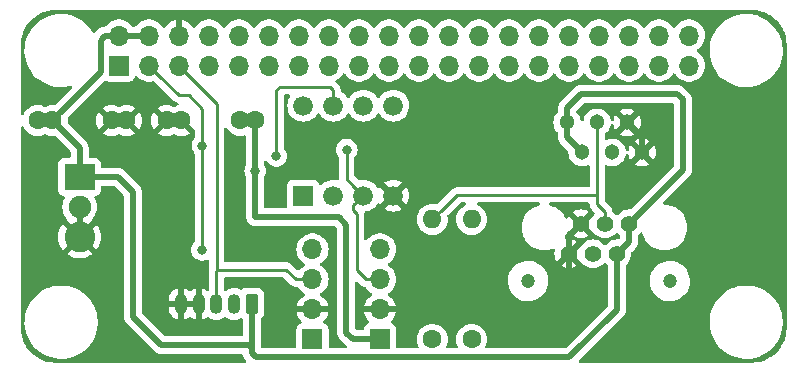
<source format=gbr>
G04 #@! TF.GenerationSoftware,KiCad,Pcbnew,7.0.10*
G04 #@! TF.CreationDate,2024-01-16T16:56:01+01:00*
G04 #@! TF.ProjectId,DNMS-RPI-HAT-V1.0,444e4d53-2d52-4504-992d-4841542d5631,1.0*
G04 #@! TF.SameCoordinates,Original*
G04 #@! TF.FileFunction,Copper,L2,Bot*
G04 #@! TF.FilePolarity,Positive*
%FSLAX46Y46*%
G04 Gerber Fmt 4.6, Leading zero omitted, Abs format (unit mm)*
G04 Created by KiCad (PCBNEW 7.0.10) date 2024-01-16 16:56:01*
%MOMM*%
%LPD*%
G01*
G04 APERTURE LIST*
G04 Aperture macros list*
%AMRoundRect*
0 Rectangle with rounded corners*
0 $1 Rounding radius*
0 $2 $3 $4 $5 $6 $7 $8 $9 X,Y pos of 4 corners*
0 Add a 4 corners polygon primitive as box body*
4,1,4,$2,$3,$4,$5,$6,$7,$8,$9,$2,$3,0*
0 Add four circle primitives for the rounded corners*
1,1,$1+$1,$2,$3*
1,1,$1+$1,$4,$5*
1,1,$1+$1,$6,$7*
1,1,$1+$1,$8,$9*
0 Add four rect primitives between the rounded corners*
20,1,$1+$1,$2,$3,$4,$5,0*
20,1,$1+$1,$4,$5,$6,$7,0*
20,1,$1+$1,$6,$7,$8,$9,0*
20,1,$1+$1,$8,$9,$2,$3,0*%
G04 Aperture macros list end*
G04 #@! TA.AperFunction,ComponentPad*
%ADD10R,1.676400X1.676400*%
G04 #@! TD*
G04 #@! TA.AperFunction,ComponentPad*
%ADD11C,1.676400*%
G04 #@! TD*
G04 #@! TA.AperFunction,ComponentPad*
%ADD12C,1.303000*%
G04 #@! TD*
G04 #@! TA.AperFunction,ComponentPad*
%ADD13C,1.600000*%
G04 #@! TD*
G04 #@! TA.AperFunction,ComponentPad*
%ADD14C,1.400000*%
G04 #@! TD*
G04 #@! TA.AperFunction,ComponentPad*
%ADD15C,1.200000*%
G04 #@! TD*
G04 #@! TA.AperFunction,ComponentPad*
%ADD16RoundRect,0.161700X0.388300X0.688300X-0.388300X0.688300X-0.388300X-0.688300X0.388300X-0.688300X0*%
G04 #@! TD*
G04 #@! TA.AperFunction,ComponentPad*
%ADD17O,1.100000X1.700000*%
G04 #@! TD*
G04 #@! TA.AperFunction,ComponentPad*
%ADD18R,1.700000X1.700000*%
G04 #@! TD*
G04 #@! TA.AperFunction,ComponentPad*
%ADD19O,1.700000X1.700000*%
G04 #@! TD*
G04 #@! TA.AperFunction,ComponentPad*
%ADD20R,2.600000X2.200000*%
G04 #@! TD*
G04 #@! TA.AperFunction,ComponentPad*
%ADD21C,1.900000*%
G04 #@! TD*
G04 #@! TA.AperFunction,ComponentPad*
%ADD22C,2.600000*%
G04 #@! TD*
G04 #@! TA.AperFunction,SMDPad,CuDef*
%ADD23R,0.500000X1.000000*%
G04 #@! TD*
G04 #@! TA.AperFunction,ComponentPad*
%ADD24O,1.600000X1.600000*%
G04 #@! TD*
G04 #@! TA.AperFunction,ViaPad*
%ADD25C,0.800000*%
G04 #@! TD*
G04 #@! TA.AperFunction,Conductor*
%ADD26C,0.500000*%
G04 #@! TD*
G04 #@! TA.AperFunction,Conductor*
%ADD27C,0.250000*%
G04 #@! TD*
G04 APERTURE END LIST*
D10*
X141532340Y-106848900D03*
D11*
X144072340Y-106848900D03*
X146612340Y-106848900D03*
X149152340Y-106848900D03*
X149152340Y-99228900D03*
X146612340Y-99228900D03*
X144072340Y-99228900D03*
X141532340Y-99228900D03*
D12*
X163866560Y-100653840D03*
X165136560Y-103193840D03*
X166406560Y-100653840D03*
X167676560Y-103193840D03*
X168946560Y-100653840D03*
X170216560Y-103193840D03*
D13*
X137460720Y-100488740D03*
X136210720Y-100488740D03*
X131210720Y-100488740D03*
X129960720Y-100488740D03*
X119045720Y-100488740D03*
X120295720Y-100488740D03*
X125295720Y-100488740D03*
X126545720Y-100488740D03*
D14*
X169111500Y-109232560D03*
X168091500Y-111772560D03*
X167071500Y-109232560D03*
X166051500Y-111772560D03*
X165031500Y-109232560D03*
X164011500Y-111772560D03*
D15*
X160561500Y-114072560D03*
X172561500Y-114072560D03*
D16*
X137181320Y-116015760D03*
D17*
X135681320Y-116015760D03*
X134181320Y-116015760D03*
X132681320Y-116015760D03*
X131181320Y-116015760D03*
D18*
X142312120Y-119021240D03*
D19*
X142312120Y-116481240D03*
X142312120Y-113941240D03*
X142312120Y-111401240D03*
D18*
X148022040Y-119021240D03*
D19*
X148022040Y-116481240D03*
X148022040Y-113941240D03*
X148022040Y-111401240D03*
D20*
X122599180Y-105261400D03*
D21*
X122599180Y-107801400D03*
D22*
X122599180Y-110341400D03*
D23*
X122599180Y-109021400D03*
D13*
X152456880Y-119028860D03*
D24*
X152456880Y-108868860D03*
D13*
X155784280Y-119028860D03*
D24*
X155784280Y-108868860D03*
D18*
X125924200Y-95838000D03*
D19*
X125924200Y-93298000D03*
X128464200Y-95838000D03*
X128464200Y-93298000D03*
X131004200Y-95838000D03*
X131004200Y-93298000D03*
X133544200Y-95838000D03*
X133544200Y-93298000D03*
X136084200Y-95838000D03*
X136084200Y-93298000D03*
X138624200Y-95838000D03*
X138624200Y-93298000D03*
X141164200Y-95838000D03*
X141164200Y-93298000D03*
X143704200Y-95838000D03*
X143704200Y-93298000D03*
X146244200Y-95838000D03*
X146244200Y-93298000D03*
X148784200Y-95838000D03*
X148784200Y-93298000D03*
X151324200Y-95838000D03*
X151324200Y-93298000D03*
X153864200Y-95838000D03*
X153864200Y-93298000D03*
X156404200Y-95838000D03*
X156404200Y-93298000D03*
X158944200Y-95838000D03*
X158944200Y-93298000D03*
X161484200Y-95838000D03*
X161484200Y-93298000D03*
X164024200Y-95838000D03*
X164024200Y-93298000D03*
X166564200Y-95838000D03*
X166564200Y-93298000D03*
X169104200Y-95838000D03*
X169104200Y-93298000D03*
X171644200Y-95838000D03*
X171644200Y-93298000D03*
X174184200Y-95838000D03*
X174184200Y-93298000D03*
D25*
X137460720Y-104755940D03*
X151346900Y-101019600D03*
X145212800Y-102965240D03*
X132987780Y-102619800D03*
X132954760Y-111469820D03*
X139253960Y-103508800D03*
D26*
X137460720Y-104755940D02*
X137460720Y-108662460D01*
X137460720Y-108662460D02*
X144519380Y-108662460D01*
X145179780Y-109322860D02*
X145164540Y-117252740D01*
X145179780Y-118456700D02*
X145744320Y-119021240D01*
X148022040Y-119021240D02*
X146672040Y-119021240D01*
X145744320Y-119021240D02*
X148022040Y-119021240D01*
X145179780Y-117703580D02*
X145179780Y-118456700D01*
X145164540Y-117252740D02*
X145179780Y-117703580D01*
X137460720Y-100488740D02*
X137460720Y-104755940D01*
X144519380Y-108662460D02*
X145179780Y-109322860D01*
X145164540Y-117513740D02*
X145164540Y-117252740D01*
X136210720Y-100488740D02*
X137460720Y-100488740D01*
X173666860Y-104677200D02*
X173666860Y-98709180D01*
X121095719Y-99688741D02*
X120295720Y-100488740D01*
X136355820Y-119480320D02*
X136917160Y-119480320D01*
X164058650Y-120542990D02*
X163162320Y-120542990D01*
X137181320Y-120206760D02*
X137181320Y-119744480D01*
X137181320Y-119744480D02*
X136917160Y-119480320D01*
X137181320Y-120206760D02*
X137517550Y-120542990D01*
X129507980Y-119495560D02*
X136355820Y-119480320D01*
X169111500Y-109232560D02*
X173666860Y-104677200D01*
X120295720Y-100488740D02*
X122599180Y-102792200D01*
X137181320Y-116015760D02*
X137181320Y-120206760D01*
X122599180Y-102792200D02*
X122599180Y-105261400D01*
X168091500Y-116510140D02*
X164058650Y-120542990D01*
X163866560Y-99393840D02*
X163866560Y-100653840D01*
X120295720Y-100488740D02*
X119045720Y-100488740D01*
X163866560Y-100653840D02*
X163866560Y-101923840D01*
X169111500Y-109232560D02*
X169111500Y-110752560D01*
X124463039Y-93557080D02*
X124463039Y-93669341D01*
X124463039Y-93669341D02*
X124382001Y-93750379D01*
X173666860Y-98709180D02*
X173203600Y-98245920D01*
X127100060Y-117087640D02*
X129507980Y-119495560D01*
X168091500Y-111772560D02*
X168091500Y-116510140D01*
X124382001Y-96402459D02*
X121095719Y-99688741D01*
X169111500Y-110752560D02*
X168091500Y-111772560D01*
X173203600Y-98245920D02*
X165014480Y-98245920D01*
X165014480Y-98245920D02*
X163866560Y-99393840D01*
X125924200Y-93298000D02*
X124722119Y-93298000D01*
X125830060Y-105261400D02*
X127100060Y-106531400D01*
X127100060Y-106531400D02*
X127100060Y-117087640D01*
X128464200Y-93298000D02*
X125924200Y-93298000D01*
X163866560Y-101923840D02*
X165136560Y-103193840D01*
X137517550Y-120542990D02*
X138381800Y-120542990D01*
X124722119Y-93298000D02*
X124463039Y-93557080D01*
X124382001Y-93750379D02*
X124382001Y-96402459D01*
X122599180Y-105261400D02*
X125830060Y-105261400D01*
X137956970Y-120551260D02*
X163162320Y-120551260D01*
X151346900Y-101019600D02*
X151346900Y-101019600D01*
X150325820Y-108022380D02*
X150325820Y-116391680D01*
X162994070Y-115943370D02*
X163043600Y-115893840D01*
X162961050Y-115943370D02*
X162994070Y-115943370D01*
X164011500Y-111772560D02*
X164011500Y-114892920D01*
X165031500Y-109252660D02*
X165031500Y-109232560D01*
X149152340Y-106848900D02*
X149990539Y-106010701D01*
X170216560Y-103193840D02*
X170216560Y-101923840D01*
X164011500Y-111772560D02*
X164011500Y-110252560D01*
X164011500Y-114892920D02*
X162961050Y-115943370D01*
X149990539Y-106003081D02*
X151181800Y-104811820D01*
X151346900Y-104646720D02*
X151346900Y-101019600D01*
X164011500Y-110252560D02*
X165031500Y-109232560D01*
X168946560Y-100719880D02*
X168946560Y-100653840D01*
X151181800Y-104811820D02*
X151346900Y-104646720D01*
X149990539Y-106010701D02*
X149990539Y-106003081D01*
X150424880Y-116490740D02*
X148022040Y-116481240D01*
X149152340Y-106848900D02*
X150325820Y-108022380D01*
X170216560Y-101923840D02*
X168946560Y-100653840D01*
X162423180Y-116481240D02*
X150424880Y-116490740D01*
X150325820Y-116391680D02*
X150424880Y-116490740D01*
X162961050Y-115943370D02*
X162423180Y-116481240D01*
D27*
X145212800Y-102965240D02*
X145212800Y-102965240D01*
X145774141Y-106010701D02*
X145774141Y-106000541D01*
X146068780Y-108375440D02*
X145774141Y-108080801D01*
X140088959Y-113120160D02*
X140910039Y-113941240D01*
X140910039Y-113941240D02*
X142312120Y-113941240D01*
X131004200Y-95838000D02*
X134240000Y-99073800D01*
X134194280Y-113193820D02*
X134181320Y-113206780D01*
X146607260Y-106848900D02*
X146612340Y-106848900D01*
X140088959Y-113120160D02*
X134267940Y-113120160D01*
X145774141Y-106000541D02*
X145212800Y-105439200D01*
X148022040Y-113941240D02*
X146819959Y-113941240D01*
X134240000Y-99073800D02*
X134181320Y-99132480D01*
X146612340Y-106848900D02*
X145774141Y-106010701D01*
X146068780Y-113190061D02*
X146068780Y-108375440D01*
X134181320Y-113206780D02*
X134181320Y-116015760D01*
X145774141Y-107687099D02*
X146612340Y-106848900D01*
X134267940Y-113120160D02*
X134194280Y-113193820D01*
X145774141Y-108080801D02*
X145774141Y-107687099D01*
X134201640Y-99206140D02*
X134194280Y-113193820D01*
X145212800Y-105439200D02*
X145212800Y-102965240D01*
X146819959Y-113941240D02*
X146068780Y-113190061D01*
X132987780Y-111306600D02*
X132987780Y-111306600D01*
X132987780Y-102619800D02*
X132987780Y-99498140D01*
X129314199Y-96687999D02*
X128464200Y-95838000D01*
X132987780Y-99498140D02*
X131832080Y-98342440D01*
X131832080Y-98342440D02*
X130973560Y-98342440D01*
X132987780Y-111306600D02*
X132987780Y-111240560D01*
X130973560Y-98342440D02*
X129319119Y-96687999D01*
X129319119Y-96687999D02*
X129314199Y-96687999D01*
X132954760Y-111273580D02*
X132987780Y-111240560D01*
X132987780Y-111306600D02*
X132987780Y-111306600D01*
X132987780Y-111240560D02*
X132987780Y-102619800D01*
X132954760Y-111669820D02*
X132954760Y-111273580D01*
X143762460Y-97641400D02*
X144072340Y-97951280D01*
X139558760Y-97641400D02*
X143762460Y-97641400D01*
X139253960Y-102943115D02*
X139256500Y-102940575D01*
X139256500Y-102940575D02*
X139256500Y-97943660D01*
X139253960Y-103508800D02*
X139253960Y-102943115D01*
X144072340Y-97951280D02*
X144072340Y-99228900D01*
X139256500Y-97943660D02*
X139558760Y-97641400D01*
X153256879Y-108068861D02*
X153284159Y-108068861D01*
X167071500Y-108242611D02*
X166406560Y-107577671D01*
X154565080Y-106787940D02*
X166340520Y-106787940D01*
X166406560Y-106721900D02*
X166406560Y-107019080D01*
X166406560Y-107577671D02*
X166406560Y-107019080D01*
X152456880Y-108868860D02*
X153256879Y-108068861D01*
X166406560Y-100653840D02*
X166406560Y-106721900D01*
X167071500Y-109232560D02*
X167071500Y-108242611D01*
X166340520Y-106787940D02*
X166406560Y-106721900D01*
X153284159Y-108068861D02*
X154565080Y-106787940D01*
G04 #@! TA.AperFunction,Conductor*
G36*
X117816012Y-100973767D02*
G01*
X117847695Y-101015741D01*
X117908197Y-101145489D01*
X118015334Y-101298497D01*
X118039522Y-101333040D01*
X118201420Y-101494938D01*
X118388971Y-101626263D01*
X118596477Y-101723024D01*
X118817633Y-101782283D01*
X119045720Y-101802238D01*
X119273807Y-101782283D01*
X119494963Y-101723024D01*
X119617470Y-101665897D01*
X119687661Y-101655236D01*
X119723968Y-101665897D01*
X119846477Y-101723024D01*
X120067633Y-101782283D01*
X120295720Y-101802238D01*
X120427006Y-101790751D01*
X120458632Y-101787985D01*
X120528237Y-101801973D01*
X120558709Y-101824410D01*
X121803775Y-103069476D01*
X121837801Y-103131788D01*
X121840680Y-103158571D01*
X121840680Y-103526900D01*
X121820678Y-103595021D01*
X121767022Y-103641514D01*
X121714680Y-103652900D01*
X121250530Y-103652900D01*
X121189983Y-103659409D01*
X121189975Y-103659411D01*
X121052977Y-103710510D01*
X121052972Y-103710512D01*
X120935918Y-103798138D01*
X120848292Y-103915192D01*
X120848290Y-103915197D01*
X120797191Y-104052195D01*
X120797189Y-104052203D01*
X120790680Y-104112750D01*
X120790680Y-106410049D01*
X120797189Y-106470596D01*
X120797191Y-106470604D01*
X120848290Y-106607602D01*
X120848292Y-106607607D01*
X120935918Y-106724661D01*
X121052972Y-106812287D01*
X121052974Y-106812288D01*
X121052976Y-106812289D01*
X121112055Y-106834324D01*
X121189975Y-106863388D01*
X121189978Y-106863388D01*
X121189979Y-106863389D01*
X121189984Y-106863390D01*
X121224150Y-106867062D01*
X121247495Y-106869572D01*
X121313087Y-106896740D01*
X121353579Y-106955057D01*
X121356115Y-107026008D01*
X121339512Y-107063764D01*
X121312512Y-107105091D01*
X121215453Y-107326362D01*
X121215450Y-107326369D01*
X121156138Y-107560586D01*
X121156136Y-107560595D01*
X121136183Y-107801400D01*
X121156136Y-108042204D01*
X121156138Y-108042213D01*
X121215450Y-108276430D01*
X121215453Y-108276437D01*
X121312512Y-108497709D01*
X121444667Y-108699987D01*
X121484025Y-108742742D01*
X121515445Y-108806407D01*
X121516773Y-108839841D01*
X121511634Y-108894644D01*
X121803775Y-109186784D01*
X121837800Y-109249097D01*
X121840680Y-109275880D01*
X121840680Y-109570032D01*
X121840681Y-109570052D01*
X121847320Y-109631814D01*
X121834713Y-109701683D01*
X121786334Y-109753644D01*
X121717542Y-109771201D01*
X121650179Y-109748779D01*
X121632947Y-109734376D01*
X121153273Y-109254702D01*
X121153271Y-109254702D01*
X121101148Y-109320064D01*
X120965660Y-109554735D01*
X120866661Y-109806983D01*
X120866660Y-109806986D01*
X120806360Y-110071172D01*
X120786110Y-110341400D01*
X120806360Y-110611627D01*
X120866660Y-110875813D01*
X120866661Y-110875816D01*
X120965660Y-111128064D01*
X121101148Y-111362735D01*
X121153272Y-111428096D01*
X121153273Y-111428096D01*
X121995245Y-110586124D01*
X122006368Y-110620356D01*
X122094366Y-110759019D01*
X122214083Y-110871440D01*
X122352340Y-110947448D01*
X121511635Y-111788152D01*
X121511635Y-111788153D01*
X121692649Y-111911567D01*
X121692650Y-111911568D01*
X121936782Y-112029135D01*
X122195727Y-112109011D01*
X122195735Y-112109012D01*
X122463693Y-112149400D01*
X122734667Y-112149400D01*
X123002624Y-112109012D01*
X123002632Y-112109011D01*
X123261577Y-112029135D01*
X123505709Y-111911568D01*
X123505710Y-111911567D01*
X123686724Y-111788153D01*
X122842662Y-110944091D01*
X122914809Y-110915526D01*
X123047672Y-110818995D01*
X123152355Y-110692455D01*
X123202621Y-110585632D01*
X124045086Y-111428097D01*
X124045087Y-111428096D01*
X124097205Y-111362743D01*
X124097211Y-111362735D01*
X124232699Y-111128064D01*
X124331698Y-110875816D01*
X124331699Y-110875813D01*
X124391999Y-110611627D01*
X124412249Y-110341400D01*
X124391999Y-110071172D01*
X124331699Y-109806986D01*
X124331698Y-109806983D01*
X124232699Y-109554735D01*
X124097211Y-109320064D01*
X124045086Y-109254702D01*
X124045085Y-109254702D01*
X123565412Y-109734376D01*
X123503100Y-109768402D01*
X123432285Y-109763337D01*
X123375449Y-109720790D01*
X123350638Y-109654270D01*
X123351039Y-109631813D01*
X123357679Y-109570049D01*
X123357680Y-109570032D01*
X123357680Y-109275880D01*
X123377682Y-109207759D01*
X123394585Y-109186785D01*
X123686723Y-108894646D01*
X123681585Y-108839844D01*
X123695140Y-108770153D01*
X123714334Y-108742742D01*
X123753692Y-108699987D01*
X123885847Y-108497709D01*
X123982906Y-108276437D01*
X123982909Y-108276430D01*
X124042221Y-108042213D01*
X124042223Y-108042204D01*
X124062176Y-107801400D01*
X124042223Y-107560595D01*
X124042221Y-107560586D01*
X123982909Y-107326369D01*
X123982906Y-107326362D01*
X123885848Y-107105093D01*
X123858848Y-107063766D01*
X123838335Y-106995797D01*
X123857824Y-106927528D01*
X123911128Y-106880633D01*
X123950862Y-106869572D01*
X123982151Y-106866208D01*
X124008375Y-106863390D01*
X124008378Y-106863389D01*
X124008381Y-106863389D01*
X124145384Y-106812289D01*
X124150211Y-106808676D01*
X124262441Y-106724661D01*
X124350067Y-106607607D01*
X124350067Y-106607606D01*
X124350069Y-106607604D01*
X124401169Y-106470601D01*
X124401890Y-106463903D01*
X124407679Y-106410049D01*
X124407680Y-106410032D01*
X124407680Y-106145900D01*
X124427682Y-106077779D01*
X124481338Y-106031286D01*
X124533680Y-106019900D01*
X125463689Y-106019900D01*
X125531810Y-106039902D01*
X125552784Y-106056805D01*
X126304655Y-106808676D01*
X126338681Y-106870988D01*
X126341560Y-106897771D01*
X126341560Y-117023199D01*
X126340230Y-117041459D01*
X126336719Y-117065426D01*
X126336719Y-117065435D01*
X126341080Y-117115273D01*
X126341560Y-117126256D01*
X126341560Y-117131825D01*
X126345195Y-117162929D01*
X126345567Y-117166572D01*
X126352171Y-117242058D01*
X126353656Y-117249246D01*
X126353591Y-117249259D01*
X126355225Y-117256629D01*
X126355289Y-117256615D01*
X126356981Y-117263756D01*
X126382906Y-117334982D01*
X126384109Y-117338444D01*
X126407944Y-117410375D01*
X126411047Y-117417028D01*
X126410986Y-117417056D01*
X126414271Y-117423842D01*
X126414330Y-117423813D01*
X126417623Y-117430370D01*
X126459292Y-117493724D01*
X126461231Y-117496767D01*
X126486379Y-117537537D01*
X126501032Y-117561294D01*
X126505582Y-117567048D01*
X126505528Y-117567090D01*
X126510288Y-117572932D01*
X126510339Y-117572890D01*
X126515057Y-117578512D01*
X126570215Y-117630551D01*
X126572844Y-117633105D01*
X128926773Y-119987034D01*
X128938578Y-120000663D01*
X128953677Y-120020851D01*
X128991329Y-120052303D01*
X128999647Y-120059909D01*
X129002878Y-120063140D01*
X129028210Y-120083170D01*
X129030834Y-120085303D01*
X129089758Y-120134522D01*
X129095904Y-120138545D01*
X129095805Y-120138695D01*
X129100729Y-120141824D01*
X129100823Y-120141672D01*
X129107069Y-120145524D01*
X129107071Y-120145525D01*
X129107074Y-120145527D01*
X129176658Y-120177974D01*
X129179698Y-120179441D01*
X129248390Y-120213749D01*
X129248402Y-120213751D01*
X129255298Y-120216245D01*
X129255236Y-120216415D01*
X129260751Y-120218324D01*
X129260808Y-120218153D01*
X129267766Y-120220458D01*
X129267774Y-120220462D01*
X129312185Y-120229632D01*
X129342963Y-120235987D01*
X129346253Y-120236712D01*
X129421012Y-120254255D01*
X129421018Y-120254254D01*
X129428299Y-120255090D01*
X129428278Y-120255269D01*
X129434094Y-120255857D01*
X129434110Y-120255678D01*
X129441414Y-120256316D01*
X129441422Y-120256318D01*
X129518211Y-120254082D01*
X129521561Y-120254030D01*
X136307001Y-120238930D01*
X136375164Y-120258781D01*
X136421776Y-120312333D01*
X136432799Y-120353946D01*
X136433431Y-120361178D01*
X136434916Y-120368366D01*
X136434851Y-120368379D01*
X136436485Y-120375749D01*
X136436549Y-120375735D01*
X136438241Y-120382876D01*
X136464166Y-120454102D01*
X136465369Y-120457564D01*
X136489204Y-120529495D01*
X136492307Y-120536148D01*
X136492246Y-120536176D01*
X136495531Y-120542962D01*
X136495590Y-120542933D01*
X136498883Y-120549490D01*
X136540552Y-120612844D01*
X136542491Y-120615887D01*
X136582290Y-120680411D01*
X136582292Y-120680414D01*
X136586842Y-120686168D01*
X136586788Y-120686210D01*
X136591548Y-120692052D01*
X136591599Y-120692010D01*
X136596317Y-120697632D01*
X136651475Y-120749671D01*
X136654104Y-120752225D01*
X136679284Y-120777405D01*
X136713310Y-120839717D01*
X136708245Y-120910532D01*
X136665698Y-120967368D01*
X136599178Y-120992179D01*
X136590189Y-120992500D01*
X120535539Y-120992500D01*
X120528474Y-120992302D01*
X120211625Y-120974507D01*
X120197585Y-120972925D01*
X119888215Y-120920362D01*
X119874439Y-120917218D01*
X119572897Y-120830345D01*
X119559560Y-120825678D01*
X119269640Y-120705589D01*
X119256916Y-120699461D01*
X118985562Y-120549490D01*
X118982271Y-120547671D01*
X118970307Y-120540154D01*
X118714373Y-120358559D01*
X118703326Y-120349749D01*
X118469342Y-120140648D01*
X118459351Y-120130657D01*
X118250250Y-119896673D01*
X118241440Y-119885626D01*
X118059845Y-119629692D01*
X118052328Y-119617728D01*
X118043477Y-119601713D01*
X117900534Y-119343076D01*
X117894413Y-119330366D01*
X117774320Y-119040436D01*
X117769654Y-119027102D01*
X117766823Y-119017274D01*
X117682779Y-118725552D01*
X117679637Y-118711784D01*
X117679429Y-118710562D01*
X117627074Y-118402414D01*
X117625492Y-118388374D01*
X117618436Y-118262740D01*
X117607698Y-118071525D01*
X117607500Y-118064460D01*
X117607500Y-117656689D01*
X117927701Y-117656689D01*
X117958045Y-118009970D01*
X118028459Y-118357481D01*
X118028461Y-118357485D01*
X118028462Y-118357489D01*
X118028463Y-118357492D01*
X118040793Y-118395440D01*
X118138034Y-118694720D01*
X118214787Y-118862784D01*
X118277273Y-118999611D01*
X118285340Y-119017274D01*
X118468440Y-119320911D01*
X118468442Y-119320914D01*
X118468443Y-119320915D01*
X118684971Y-119601713D01*
X118932095Y-119855997D01*
X119206595Y-120080455D01*
X119504891Y-120272159D01*
X119823096Y-120428609D01*
X119823104Y-120428612D01*
X119823109Y-120428614D01*
X120157050Y-120547764D01*
X120157051Y-120547764D01*
X120157061Y-120547768D01*
X120502432Y-120628080D01*
X120854707Y-120668500D01*
X120854710Y-120668500D01*
X121120564Y-120668500D01*
X121120576Y-120668500D01*
X121386008Y-120653322D01*
X121735400Y-120592857D01*
X122075623Y-120492959D01*
X122402241Y-120354929D01*
X122710995Y-120180568D01*
X122997861Y-119972147D01*
X123259099Y-119732385D01*
X123491304Y-119464407D01*
X123691448Y-119171706D01*
X123856921Y-118858098D01*
X123985568Y-118527672D01*
X124075710Y-118184736D01*
X124096021Y-118043469D01*
X124126172Y-117833769D01*
X124126172Y-117833765D01*
X124126173Y-117833759D01*
X124136299Y-117479317D01*
X124105955Y-117126032D01*
X124078238Y-116989243D01*
X124035540Y-116778518D01*
X124035538Y-116778514D01*
X124035537Y-116778508D01*
X123925964Y-116441277D01*
X123778664Y-116118734D01*
X123769096Y-116102868D01*
X123595559Y-115815088D01*
X123595557Y-115815085D01*
X123379029Y-115534287D01*
X123131905Y-115280003D01*
X122857405Y-115055545D01*
X122714991Y-114964021D01*
X122559109Y-114863841D01*
X122559100Y-114863836D01*
X122240908Y-114707393D01*
X122240890Y-114707385D01*
X121906949Y-114588235D01*
X121906950Y-114588235D01*
X121906942Y-114588233D01*
X121906939Y-114588232D01*
X121677742Y-114534935D01*
X121561569Y-114507920D01*
X121473499Y-114497815D01*
X121209293Y-114467500D01*
X120943424Y-114467500D01*
X120677992Y-114482678D01*
X120346929Y-114539971D01*
X120328600Y-114543143D01*
X119988382Y-114643039D01*
X119988380Y-114643039D01*
X119836102Y-114707393D01*
X119661759Y-114781071D01*
X119661755Y-114781072D01*
X119661753Y-114781074D01*
X119353010Y-114955428D01*
X119353001Y-114955434D01*
X119066142Y-115163850D01*
X118804902Y-115403613D01*
X118804900Y-115403615D01*
X118572696Y-115671592D01*
X118572692Y-115671597D01*
X118372557Y-115964285D01*
X118372554Y-115964289D01*
X118207076Y-116277908D01*
X118078434Y-116608321D01*
X118078430Y-116608332D01*
X117988291Y-116951255D01*
X117988289Y-116951265D01*
X117937827Y-117302230D01*
X117937827Y-117302234D01*
X117934166Y-117430372D01*
X117927841Y-117651804D01*
X117927701Y-117656689D01*
X117607500Y-117656689D01*
X117607500Y-101068991D01*
X117627502Y-101000870D01*
X117681158Y-100954377D01*
X117751432Y-100944273D01*
X117816012Y-100973767D01*
G37*
G04 #@! TD.AperFunction*
G04 #@! TA.AperFunction,Conductor*
G36*
X179535525Y-91143697D02*
G01*
X179852377Y-91161492D01*
X179866415Y-91163074D01*
X180175790Y-91215638D01*
X180189552Y-91218779D01*
X180491105Y-91305655D01*
X180504436Y-91310320D01*
X180794366Y-91430413D01*
X180807076Y-91436534D01*
X181081733Y-91588331D01*
X181093692Y-91595845D01*
X181349626Y-91777440D01*
X181360673Y-91786250D01*
X181594657Y-91995351D01*
X181604648Y-92005342D01*
X181813749Y-92239326D01*
X181822559Y-92250373D01*
X182004154Y-92506307D01*
X182011671Y-92518271D01*
X182149777Y-92768156D01*
X182163458Y-92792909D01*
X182169589Y-92805640D01*
X182289678Y-93095560D01*
X182294345Y-93108897D01*
X182381218Y-93410439D01*
X182384362Y-93424215D01*
X182436925Y-93733585D01*
X182438507Y-93747625D01*
X182456302Y-94064474D01*
X182456500Y-94071539D01*
X182456500Y-118064460D01*
X182456302Y-118071525D01*
X182438507Y-118388374D01*
X182436925Y-118402414D01*
X182384362Y-118711784D01*
X182381218Y-118725560D01*
X182294345Y-119027102D01*
X182289678Y-119040439D01*
X182169589Y-119330359D01*
X182163458Y-119343090D01*
X182011671Y-119617728D01*
X182004154Y-119629692D01*
X181822559Y-119885626D01*
X181813749Y-119896673D01*
X181604648Y-120130657D01*
X181594657Y-120140648D01*
X181360673Y-120349749D01*
X181349626Y-120358559D01*
X181093692Y-120540154D01*
X181081728Y-120547671D01*
X180807090Y-120699458D01*
X180794359Y-120705589D01*
X180504439Y-120825678D01*
X180491102Y-120830345D01*
X180189560Y-120917218D01*
X180175784Y-120920362D01*
X179866414Y-120972925D01*
X179852374Y-120974507D01*
X179535526Y-120992302D01*
X179528461Y-120992500D01*
X164986011Y-120992500D01*
X164917890Y-120972498D01*
X164871397Y-120918842D01*
X164861293Y-120848568D01*
X164890787Y-120783988D01*
X164896916Y-120777405D01*
X165788695Y-119885626D01*
X168017630Y-117656689D01*
X175927701Y-117656689D01*
X175958045Y-118009970D01*
X176028459Y-118357481D01*
X176028461Y-118357485D01*
X176028462Y-118357489D01*
X176028463Y-118357492D01*
X176040793Y-118395440D01*
X176138034Y-118694720D01*
X176214787Y-118862784D01*
X176277273Y-118999611D01*
X176285340Y-119017274D01*
X176468440Y-119320911D01*
X176468442Y-119320914D01*
X176468443Y-119320915D01*
X176684971Y-119601713D01*
X176932095Y-119855997D01*
X177206595Y-120080455D01*
X177504891Y-120272159D01*
X177823096Y-120428609D01*
X177823104Y-120428612D01*
X177823109Y-120428614D01*
X178157050Y-120547764D01*
X178157051Y-120547764D01*
X178157061Y-120547768D01*
X178502432Y-120628080D01*
X178854707Y-120668500D01*
X178854710Y-120668500D01*
X179120564Y-120668500D01*
X179120576Y-120668500D01*
X179386008Y-120653322D01*
X179735400Y-120592857D01*
X180075623Y-120492959D01*
X180402241Y-120354929D01*
X180710995Y-120180568D01*
X180997861Y-119972147D01*
X181259099Y-119732385D01*
X181491304Y-119464407D01*
X181691448Y-119171706D01*
X181856921Y-118858098D01*
X181985568Y-118527672D01*
X182075710Y-118184736D01*
X182096021Y-118043469D01*
X182126172Y-117833769D01*
X182126172Y-117833765D01*
X182126173Y-117833759D01*
X182136299Y-117479317D01*
X182105955Y-117126032D01*
X182078238Y-116989243D01*
X182035540Y-116778518D01*
X182035538Y-116778514D01*
X182035537Y-116778508D01*
X181925964Y-116441277D01*
X181778664Y-116118734D01*
X181769096Y-116102868D01*
X181595559Y-115815088D01*
X181595557Y-115815085D01*
X181379029Y-115534287D01*
X181131905Y-115280003D01*
X180857405Y-115055545D01*
X180714991Y-114964021D01*
X180559109Y-114863841D01*
X180559100Y-114863836D01*
X180240908Y-114707393D01*
X180240890Y-114707385D01*
X179906949Y-114588235D01*
X179906950Y-114588235D01*
X179906942Y-114588233D01*
X179906939Y-114588232D01*
X179677742Y-114534935D01*
X179561569Y-114507920D01*
X179473499Y-114497815D01*
X179209293Y-114467500D01*
X178943424Y-114467500D01*
X178677992Y-114482678D01*
X178346929Y-114539971D01*
X178328600Y-114543143D01*
X177988382Y-114643039D01*
X177988380Y-114643039D01*
X177836102Y-114707393D01*
X177661759Y-114781071D01*
X177661755Y-114781072D01*
X177661753Y-114781074D01*
X177353010Y-114955428D01*
X177353001Y-114955434D01*
X177066142Y-115163850D01*
X176804902Y-115403613D01*
X176804900Y-115403615D01*
X176572696Y-115671592D01*
X176572692Y-115671597D01*
X176372557Y-115964285D01*
X176372554Y-115964289D01*
X176207076Y-116277908D01*
X176078434Y-116608321D01*
X176078430Y-116608332D01*
X175988291Y-116951255D01*
X175988289Y-116951265D01*
X175937827Y-117302230D01*
X175937827Y-117302234D01*
X175934166Y-117430372D01*
X175927841Y-117651804D01*
X175927701Y-117656689D01*
X168017630Y-117656689D01*
X168582278Y-117092041D01*
X168596117Y-117080081D01*
X168615558Y-117065609D01*
X168647727Y-117027270D01*
X168655145Y-117019174D01*
X168659080Y-117015241D01*
X168678544Y-116990623D01*
X168680741Y-116987925D01*
X168729532Y-116929780D01*
X168729534Y-116929774D01*
X168729537Y-116929772D01*
X168733566Y-116923648D01*
X168733622Y-116923685D01*
X168737671Y-116917330D01*
X168737613Y-116917295D01*
X168741463Y-116911052D01*
X168741464Y-116911049D01*
X168741467Y-116911046D01*
X168773518Y-116842310D01*
X168775070Y-116839103D01*
X168809109Y-116771328D01*
X168809110Y-116771321D01*
X168811619Y-116764431D01*
X168811683Y-116764454D01*
X168814158Y-116757333D01*
X168814093Y-116757312D01*
X168816399Y-116750350D01*
X168816402Y-116750346D01*
X168831729Y-116676112D01*
X168832521Y-116672539D01*
X168847741Y-116608328D01*
X168850000Y-116598796D01*
X168850000Y-116598795D01*
X168850852Y-116591508D01*
X168850918Y-116591515D01*
X168851684Y-116584017D01*
X168851618Y-116584012D01*
X168852256Y-116576705D01*
X168852258Y-116576698D01*
X168850053Y-116500914D01*
X168850000Y-116497250D01*
X168850000Y-114006927D01*
X170849229Y-114006927D01*
X170859278Y-114269076D01*
X170909223Y-114526606D01*
X170909224Y-114526609D01*
X170909225Y-114526613D01*
X170958352Y-114663397D01*
X170997900Y-114773512D01*
X170997904Y-114773520D01*
X171123223Y-115003977D01*
X171282256Y-115212609D01*
X171282260Y-115212614D01*
X171471281Y-115394528D01*
X171685855Y-115545457D01*
X171920954Y-115661861D01*
X172171067Y-115741014D01*
X172274413Y-115756976D01*
X172430320Y-115781059D01*
X172430329Y-115781059D01*
X172430331Y-115781060D01*
X172430332Y-115781060D01*
X172626993Y-115781060D01*
X172823060Y-115766007D01*
X172823061Y-115766006D01*
X172823069Y-115766006D01*
X173078507Y-115706231D01*
X173321826Y-115608165D01*
X173547325Y-115474105D01*
X173749716Y-115307194D01*
X173924257Y-115111344D01*
X174066855Y-114891146D01*
X174174170Y-114651761D01*
X174243685Y-114398800D01*
X174273771Y-114138193D01*
X174263722Y-113876047D01*
X174213775Y-113618507D01*
X174125100Y-113371609D01*
X174061136Y-113253982D01*
X173999776Y-113141142D01*
X173840743Y-112932510D01*
X173840740Y-112932506D01*
X173651719Y-112750592D01*
X173437145Y-112599663D01*
X173202046Y-112483259D01*
X172951933Y-112404106D01*
X172951931Y-112404105D01*
X172951929Y-112404105D01*
X172692679Y-112364060D01*
X172692669Y-112364060D01*
X172496010Y-112364060D01*
X172496007Y-112364060D01*
X172299939Y-112379112D01*
X172299901Y-112379121D01*
X172044493Y-112438889D01*
X172044490Y-112438889D01*
X172044486Y-112438891D01*
X171801179Y-112536952D01*
X171801169Y-112536957D01*
X171575679Y-112671011D01*
X171575673Y-112671016D01*
X171373290Y-112837919D01*
X171373284Y-112837925D01*
X171198741Y-113033778D01*
X171198739Y-113033781D01*
X171056144Y-113253975D01*
X171056140Y-113253982D01*
X170948831Y-113493355D01*
X170879316Y-113746314D01*
X170879314Y-113746321D01*
X170849229Y-114006925D01*
X170849229Y-114006927D01*
X168850000Y-114006927D01*
X168850000Y-112775327D01*
X168870002Y-112707206D01*
X168886905Y-112686232D01*
X168939294Y-112633843D01*
X169020801Y-112552336D01*
X169142089Y-112379118D01*
X169231456Y-112187470D01*
X169286186Y-111983215D01*
X169304616Y-111772560D01*
X169298438Y-111701953D01*
X169312425Y-111632350D01*
X169334860Y-111601879D01*
X169602278Y-111334461D01*
X169616117Y-111322501D01*
X169635558Y-111308029D01*
X169667727Y-111269690D01*
X169675145Y-111261594D01*
X169679081Y-111257660D01*
X169698525Y-111233067D01*
X169700765Y-111230317D01*
X169749532Y-111172200D01*
X169749533Y-111172196D01*
X169749536Y-111172194D01*
X169753570Y-111166062D01*
X169753627Y-111166099D01*
X169757671Y-111159751D01*
X169757612Y-111159715D01*
X169761465Y-111153467D01*
X169761467Y-111153465D01*
X169793535Y-111084692D01*
X169795057Y-111081549D01*
X169829109Y-111013748D01*
X169829109Y-111013744D01*
X169829111Y-111013742D01*
X169831619Y-111006851D01*
X169831684Y-111006874D01*
X169834158Y-110999757D01*
X169834094Y-110999736D01*
X169836403Y-110992767D01*
X169851738Y-110918496D01*
X169852522Y-110914957D01*
X169870000Y-110841216D01*
X169870000Y-110841215D01*
X169870852Y-110833928D01*
X169870919Y-110833935D01*
X169871685Y-110826437D01*
X169871619Y-110826432D01*
X169872257Y-110819125D01*
X169872259Y-110819118D01*
X169870053Y-110743300D01*
X169870000Y-110739636D01*
X169870000Y-110235327D01*
X169890002Y-110167206D01*
X169906905Y-110146232D01*
X169973342Y-110079795D01*
X170040801Y-110012336D01*
X170040807Y-110012326D01*
X170044211Y-110008272D01*
X170103322Y-109968947D01*
X170174310Y-109967823D01*
X170234636Y-110005256D01*
X170263850Y-110062481D01*
X170269335Y-110087695D01*
X170269337Y-110087702D01*
X170304642Y-110182357D01*
X170365590Y-110345766D01*
X170424859Y-110454308D01*
X170497589Y-110587503D01*
X170655721Y-110798743D01*
X170662648Y-110807996D01*
X170662656Y-110808005D01*
X170857394Y-111002743D01*
X170857403Y-111002751D01*
X170857405Y-111002753D01*
X171077897Y-111167811D01*
X171319635Y-111299810D01*
X171577698Y-111396063D01*
X171846833Y-111454609D01*
X172052798Y-111469340D01*
X172052805Y-111469340D01*
X172190315Y-111469340D01*
X172190322Y-111469340D01*
X172396287Y-111454609D01*
X172665422Y-111396063D01*
X172923485Y-111299810D01*
X173165223Y-111167811D01*
X173385715Y-111002753D01*
X173580473Y-110807995D01*
X173745531Y-110587503D01*
X173877530Y-110345765D01*
X173973783Y-110087702D01*
X174032329Y-109818567D01*
X174051978Y-109543840D01*
X174032329Y-109269113D01*
X173973783Y-108999978D01*
X173877530Y-108741915D01*
X173745531Y-108500177D01*
X173580473Y-108279685D01*
X173580471Y-108279683D01*
X173580463Y-108279674D01*
X173385725Y-108084936D01*
X173385716Y-108084928D01*
X173384224Y-108083811D01*
X173165223Y-107919869D01*
X173039549Y-107851246D01*
X172923486Y-107787870D01*
X172849465Y-107760262D01*
X172665422Y-107691617D01*
X172412216Y-107636536D01*
X172396283Y-107633070D01*
X172275216Y-107624411D01*
X172190322Y-107618340D01*
X172102590Y-107618340D01*
X172034469Y-107598338D01*
X171987976Y-107544682D01*
X171977872Y-107474408D01*
X172007366Y-107409828D01*
X172013495Y-107403245D01*
X173085197Y-106331543D01*
X174157638Y-105259101D01*
X174171477Y-105247141D01*
X174190918Y-105232669D01*
X174223087Y-105194330D01*
X174230505Y-105186234D01*
X174234441Y-105182300D01*
X174253885Y-105157707D01*
X174256125Y-105154957D01*
X174304892Y-105096840D01*
X174304893Y-105096836D01*
X174304896Y-105096834D01*
X174308930Y-105090702D01*
X174308987Y-105090739D01*
X174313031Y-105084391D01*
X174312972Y-105084355D01*
X174316825Y-105078107D01*
X174316827Y-105078105D01*
X174348895Y-105009332D01*
X174350417Y-105006189D01*
X174384469Y-104938388D01*
X174384469Y-104938384D01*
X174384471Y-104938382D01*
X174386979Y-104931491D01*
X174387044Y-104931514D01*
X174389518Y-104924397D01*
X174389454Y-104924376D01*
X174391763Y-104917407D01*
X174407098Y-104843136D01*
X174407882Y-104839597D01*
X174425360Y-104765856D01*
X174425360Y-104765855D01*
X174426212Y-104758568D01*
X174426279Y-104758575D01*
X174427045Y-104751077D01*
X174426979Y-104751072D01*
X174427617Y-104743765D01*
X174427619Y-104743758D01*
X174425413Y-104667940D01*
X174425360Y-104664276D01*
X174425360Y-98773621D01*
X174426690Y-98755362D01*
X174428449Y-98743350D01*
X174430201Y-98731391D01*
X174425839Y-98681532D01*
X174425360Y-98670552D01*
X174425360Y-98664993D01*
X174421726Y-98633914D01*
X174421356Y-98630302D01*
X174414747Y-98554754D01*
X174414745Y-98554750D01*
X174413263Y-98547568D01*
X174413329Y-98547554D01*
X174411697Y-98540192D01*
X174411632Y-98540208D01*
X174409941Y-98533073D01*
X174409939Y-98533067D01*
X174383999Y-98461800D01*
X174382812Y-98458383D01*
X174358974Y-98386442D01*
X174358969Y-98386435D01*
X174355872Y-98379791D01*
X174355934Y-98379761D01*
X174352648Y-98372975D01*
X174352588Y-98373006D01*
X174349293Y-98366445D01*
X174307642Y-98303119D01*
X174305672Y-98300026D01*
X174265892Y-98235531D01*
X174261338Y-98229772D01*
X174261391Y-98229729D01*
X174256626Y-98223880D01*
X174256575Y-98223924D01*
X174251858Y-98218302D01*
X174196686Y-98166250D01*
X174194057Y-98163696D01*
X173785508Y-97755147D01*
X173773536Y-97741295D01*
X173770953Y-97737825D01*
X173759069Y-97721862D01*
X173758534Y-97721413D01*
X173720729Y-97689690D01*
X173712627Y-97682265D01*
X173708706Y-97678344D01*
X173684128Y-97658909D01*
X173681291Y-97656598D01*
X173636029Y-97618619D01*
X173623240Y-97607888D01*
X173623239Y-97607887D01*
X173623235Y-97607884D01*
X173617106Y-97603853D01*
X173617141Y-97603798D01*
X173610787Y-97599749D01*
X173610753Y-97599806D01*
X173604506Y-97595953D01*
X173535805Y-97563916D01*
X173532509Y-97562321D01*
X173527718Y-97559915D01*
X173464788Y-97528311D01*
X173464786Y-97528310D01*
X173464783Y-97528309D01*
X173457889Y-97525800D01*
X173457911Y-97525737D01*
X173450789Y-97523261D01*
X173450769Y-97523324D01*
X173443811Y-97521018D01*
X173369542Y-97505682D01*
X173365967Y-97504889D01*
X173292256Y-97487420D01*
X173284967Y-97486568D01*
X173284974Y-97486500D01*
X173277477Y-97485734D01*
X173277472Y-97485801D01*
X173270159Y-97485161D01*
X173270158Y-97485161D01*
X173241667Y-97485990D01*
X173194341Y-97487367D01*
X173190677Y-97487420D01*
X165078921Y-97487420D01*
X165060661Y-97486090D01*
X165036692Y-97482579D01*
X165036691Y-97482579D01*
X164991097Y-97486568D01*
X164986834Y-97486941D01*
X164975853Y-97487420D01*
X164970296Y-97487420D01*
X164939193Y-97491055D01*
X164935550Y-97491427D01*
X164860055Y-97498032D01*
X164852869Y-97499516D01*
X164852856Y-97499453D01*
X164845483Y-97501088D01*
X164845498Y-97501151D01*
X164838361Y-97502842D01*
X164767113Y-97528773D01*
X164763656Y-97529975D01*
X164718897Y-97544807D01*
X164691742Y-97553806D01*
X164691740Y-97553806D01*
X164691740Y-97553807D01*
X164685092Y-97556907D01*
X164685063Y-97556846D01*
X164678272Y-97560134D01*
X164678302Y-97560193D01*
X164671749Y-97563483D01*
X164608400Y-97605149D01*
X164605310Y-97607117D01*
X164540831Y-97646888D01*
X164535068Y-97651445D01*
X164535027Y-97651393D01*
X164529184Y-97656153D01*
X164529226Y-97656203D01*
X164523608Y-97660916D01*
X164471567Y-97716076D01*
X164469014Y-97718703D01*
X163375785Y-98811932D01*
X163361936Y-98823902D01*
X163342503Y-98838369D01*
X163310331Y-98876710D01*
X163302920Y-98884798D01*
X163298980Y-98888738D01*
X163298974Y-98888745D01*
X163279557Y-98913300D01*
X163277249Y-98916134D01*
X163228524Y-98974204D01*
X163224495Y-98980331D01*
X163224440Y-98980295D01*
X163220385Y-98986660D01*
X163220442Y-98986695D01*
X163216590Y-98992938D01*
X163184556Y-99061634D01*
X163182961Y-99064927D01*
X163148954Y-99132645D01*
X163146442Y-99139547D01*
X163146380Y-99139524D01*
X163143903Y-99146650D01*
X163143964Y-99146671D01*
X163141656Y-99153635D01*
X163126319Y-99227904D01*
X163125527Y-99231477D01*
X163108060Y-99305180D01*
X163107208Y-99312474D01*
X163107141Y-99312466D01*
X163106374Y-99319966D01*
X163106441Y-99319972D01*
X163105801Y-99327282D01*
X163108007Y-99403098D01*
X163108060Y-99406762D01*
X163108060Y-99719999D01*
X163088058Y-99788120D01*
X163066946Y-99813114D01*
X163005635Y-99869005D01*
X162876084Y-100040560D01*
X162780258Y-100233003D01*
X162780255Y-100233011D01*
X162721425Y-100439778D01*
X162701590Y-100653835D01*
X162701590Y-100653844D01*
X162721425Y-100867901D01*
X162780255Y-101074668D01*
X162780258Y-101074676D01*
X162876083Y-101267118D01*
X163005637Y-101438675D01*
X163066946Y-101494565D01*
X163103812Y-101555237D01*
X163108060Y-101587679D01*
X163108060Y-101859399D01*
X163106730Y-101877659D01*
X163103219Y-101901626D01*
X163103219Y-101901635D01*
X163107580Y-101951473D01*
X163108060Y-101962456D01*
X163108060Y-101968025D01*
X163111695Y-101999129D01*
X163112067Y-102002772D01*
X163118671Y-102078258D01*
X163120156Y-102085446D01*
X163120091Y-102085459D01*
X163121725Y-102092829D01*
X163121789Y-102092815D01*
X163123481Y-102099956D01*
X163149406Y-102171182D01*
X163150609Y-102174644D01*
X163174444Y-102246575D01*
X163177547Y-102253228D01*
X163177486Y-102253256D01*
X163180771Y-102260042D01*
X163180830Y-102260013D01*
X163184123Y-102266570D01*
X163225792Y-102329924D01*
X163227731Y-102332967D01*
X163267530Y-102397491D01*
X163267532Y-102397494D01*
X163272082Y-102403248D01*
X163272028Y-102403290D01*
X163276788Y-102409132D01*
X163276839Y-102409090D01*
X163281557Y-102414712D01*
X163336715Y-102466751D01*
X163339344Y-102469305D01*
X163937591Y-103067552D01*
X163971617Y-103129864D01*
X163973959Y-103168270D01*
X163971590Y-103193841D01*
X163971590Y-103193845D01*
X163991425Y-103407901D01*
X164050255Y-103614668D01*
X164050258Y-103614676D01*
X164146083Y-103807118D01*
X164167376Y-103835314D01*
X164275635Y-103978674D01*
X164434507Y-104123505D01*
X164617281Y-104236674D01*
X164617283Y-104236674D01*
X164617288Y-104236678D01*
X164780526Y-104299917D01*
X164808690Y-104310828D01*
X164817751Y-104314338D01*
X165029070Y-104353840D01*
X165029072Y-104353840D01*
X165244048Y-104353840D01*
X165244050Y-104353840D01*
X165455369Y-104314338D01*
X165539000Y-104281939D01*
X165601543Y-104257710D01*
X165672289Y-104251753D01*
X165735026Y-104284990D01*
X165769833Y-104346868D01*
X165773060Y-104375201D01*
X165773060Y-106028440D01*
X165753058Y-106096561D01*
X165699402Y-106143054D01*
X165647060Y-106154440D01*
X154648933Y-106154440D01*
X154633091Y-106152690D01*
X154633064Y-106152984D01*
X154625171Y-106152237D01*
X154557081Y-106154378D01*
X154553123Y-106154440D01*
X154525224Y-106154440D01*
X154525218Y-106154440D01*
X154525212Y-106154441D01*
X154521213Y-106154946D01*
X154509393Y-106155876D01*
X154465194Y-106157265D01*
X154465187Y-106157267D01*
X154445729Y-106162919D01*
X154426384Y-106166925D01*
X154406286Y-106169465D01*
X154406278Y-106169467D01*
X154365170Y-106185742D01*
X154353946Y-106189585D01*
X154311489Y-106201921D01*
X154294044Y-106212237D01*
X154276298Y-106220930D01*
X154257462Y-106228388D01*
X154221690Y-106254377D01*
X154211774Y-106260891D01*
X154173717Y-106283398D01*
X154159391Y-106297724D01*
X154144365Y-106310557D01*
X154127975Y-106322465D01*
X154127973Y-106322467D01*
X154099780Y-106356545D01*
X154091793Y-106365321D01*
X152950951Y-107506162D01*
X152935917Y-107519003D01*
X152913497Y-107535292D01*
X152903579Y-107541808D01*
X152889238Y-107550289D01*
X152865516Y-107564319D01*
X152865514Y-107564320D01*
X152865510Y-107564323D01*
X152859253Y-107569177D01*
X152857335Y-107566704D01*
X152807753Y-107593746D01*
X152748421Y-107592319D01*
X152684970Y-107575317D01*
X152456880Y-107555362D01*
X152228793Y-107575317D01*
X152007639Y-107634575D01*
X152007633Y-107634577D01*
X151800130Y-107731337D01*
X151612583Y-107862659D01*
X151612577Y-107862664D01*
X151450684Y-108024557D01*
X151450679Y-108024563D01*
X151319357Y-108212110D01*
X151222597Y-108419613D01*
X151222595Y-108419619D01*
X151174574Y-108598835D01*
X151163337Y-108640773D01*
X151143382Y-108868860D01*
X151163337Y-109096947D01*
X151180519Y-109161072D01*
X151222595Y-109318100D01*
X151222597Y-109318106D01*
X151319357Y-109525609D01*
X151446240Y-109706817D01*
X151450682Y-109713160D01*
X151612580Y-109875058D01*
X151800131Y-110006383D01*
X152007637Y-110103144D01*
X152228793Y-110162403D01*
X152456880Y-110182358D01*
X152684967Y-110162403D01*
X152906123Y-110103144D01*
X153113629Y-110006383D01*
X153301180Y-109875058D01*
X153463078Y-109713160D01*
X153594403Y-109525609D01*
X153691164Y-109318103D01*
X153750423Y-109096947D01*
X153770378Y-108868860D01*
X153750423Y-108640773D01*
X153739185Y-108598833D01*
X153740873Y-108527858D01*
X153771794Y-108477128D01*
X154790581Y-107458344D01*
X154852893Y-107424319D01*
X154879676Y-107421440D01*
X155223758Y-107421440D01*
X155291879Y-107441442D01*
X155338372Y-107495098D01*
X155348476Y-107565372D01*
X155318982Y-107629952D01*
X155277008Y-107661635D01*
X155127530Y-107731337D01*
X154939983Y-107862659D01*
X154939977Y-107862664D01*
X154778084Y-108024557D01*
X154778079Y-108024563D01*
X154646757Y-108212110D01*
X154549997Y-108419613D01*
X154549995Y-108419619D01*
X154501974Y-108598835D01*
X154490737Y-108640773D01*
X154470782Y-108868860D01*
X154490737Y-109096947D01*
X154507919Y-109161072D01*
X154549995Y-109318100D01*
X154549997Y-109318106D01*
X154646757Y-109525609D01*
X154773640Y-109706817D01*
X154778082Y-109713160D01*
X154939980Y-109875058D01*
X155127531Y-110006383D01*
X155335037Y-110103144D01*
X155556193Y-110162403D01*
X155784280Y-110182358D01*
X156012367Y-110162403D01*
X156233523Y-110103144D01*
X156441029Y-110006383D01*
X156628580Y-109875058D01*
X156790478Y-109713160D01*
X156921803Y-109525609D01*
X157018564Y-109318103D01*
X157077823Y-109096947D01*
X157097778Y-108868860D01*
X157077823Y-108640773D01*
X157018564Y-108419617D01*
X156921803Y-108212111D01*
X156790478Y-108024560D01*
X156628580Y-107862662D01*
X156612276Y-107851246D01*
X156441029Y-107731337D01*
X156291552Y-107661635D01*
X156238267Y-107614718D01*
X156218806Y-107546441D01*
X156239348Y-107478481D01*
X156293370Y-107432415D01*
X156344802Y-107421440D01*
X161487711Y-107421440D01*
X161555832Y-107441442D01*
X161602325Y-107495098D01*
X161612429Y-107565372D01*
X161582935Y-107629952D01*
X161523209Y-107668336D01*
X161514505Y-107670558D01*
X161477381Y-107678634D01*
X161417700Y-107691616D01*
X161159633Y-107787870D01*
X160917897Y-107919869D01*
X160697403Y-108084928D01*
X160697394Y-108084936D01*
X160502656Y-108279674D01*
X160502648Y-108279683D01*
X160337589Y-108500177D01*
X160205590Y-108741913D01*
X160162832Y-108856553D01*
X160109337Y-108999978D01*
X160087412Y-109100769D01*
X160050790Y-109269116D01*
X160031142Y-109543840D01*
X160050790Y-109818563D01*
X160060506Y-109863230D01*
X160109337Y-110087702D01*
X160173620Y-110260050D01*
X160205590Y-110345766D01*
X160264859Y-110454308D01*
X160337589Y-110587503D01*
X160495721Y-110798743D01*
X160502648Y-110807996D01*
X160502656Y-110808005D01*
X160697394Y-111002743D01*
X160697403Y-111002751D01*
X160697405Y-111002753D01*
X160917897Y-111167811D01*
X161159635Y-111299810D01*
X161417698Y-111396063D01*
X161686833Y-111454609D01*
X161892798Y-111469340D01*
X161892805Y-111469340D01*
X162030315Y-111469340D01*
X162030322Y-111469340D01*
X162236287Y-111454609D01*
X162505422Y-111396063D01*
X162672341Y-111333804D01*
X162743156Y-111328739D01*
X162805468Y-111362764D01*
X162839493Y-111425076D01*
X162838080Y-111484471D01*
X162817308Y-111561992D01*
X162798886Y-111772560D01*
X162817308Y-111983127D01*
X162872015Y-112187295D01*
X162872017Y-112187301D01*
X162961347Y-112378872D01*
X162961348Y-112378873D01*
X162996200Y-112428646D01*
X163566655Y-111858192D01*
X163567827Y-111873825D01*
X163617387Y-112000101D01*
X163701965Y-112106159D01*
X163814047Y-112182576D01*
X163926122Y-112217146D01*
X163355412Y-112787856D01*
X163355412Y-112787858D01*
X163405190Y-112822713D01*
X163596758Y-112912042D01*
X163596764Y-112912044D01*
X163800932Y-112966751D01*
X164011500Y-112985173D01*
X164222067Y-112966751D01*
X164426235Y-112912044D01*
X164426245Y-112912040D01*
X164617802Y-112822717D01*
X164617805Y-112822715D01*
X164667586Y-112787858D01*
X164667586Y-112787857D01*
X164094815Y-112215085D01*
X164145638Y-112207425D01*
X164267857Y-112148567D01*
X164367298Y-112056300D01*
X164435125Y-111938820D01*
X164454050Y-111855899D01*
X165048331Y-112450180D01*
X165062449Y-112467005D01*
X165122198Y-112552335D01*
X165122199Y-112552336D01*
X165271724Y-112701861D01*
X165271727Y-112701863D01*
X165271732Y-112701867D01*
X165444938Y-112823147D01*
X165444941Y-112823148D01*
X165444942Y-112823149D01*
X165636590Y-112912516D01*
X165840845Y-112967246D01*
X166051500Y-112985676D01*
X166262155Y-112967246D01*
X166466410Y-112912516D01*
X166658058Y-112823149D01*
X166831276Y-112701861D01*
X166980801Y-112552336D01*
X166980805Y-112552329D01*
X166982403Y-112550732D01*
X167044715Y-112516707D01*
X167115531Y-112521771D01*
X167160594Y-112550732D01*
X167296095Y-112686233D01*
X167330121Y-112748545D01*
X167333000Y-112775328D01*
X167333000Y-116143769D01*
X167312998Y-116211890D01*
X167296095Y-116232864D01*
X163781374Y-119747585D01*
X163719062Y-119781611D01*
X163692279Y-119784490D01*
X163118139Y-119784490D01*
X163093492Y-119787371D01*
X163054675Y-119791908D01*
X163040048Y-119792760D01*
X157069618Y-119792760D01*
X157001497Y-119772758D01*
X156955004Y-119719102D01*
X156944900Y-119648828D01*
X156955423Y-119613510D01*
X156960924Y-119601713D01*
X157018564Y-119478103D01*
X157077823Y-119256947D01*
X157097778Y-119028860D01*
X157077823Y-118800773D01*
X157018564Y-118579617D01*
X156921803Y-118372111D01*
X156790478Y-118184560D01*
X156628580Y-118022662D01*
X156489157Y-117925037D01*
X156441029Y-117891337D01*
X156233526Y-117794577D01*
X156233520Y-117794575D01*
X156128970Y-117766561D01*
X156012367Y-117735317D01*
X155784280Y-117715362D01*
X155556193Y-117735317D01*
X155335039Y-117794575D01*
X155335033Y-117794577D01*
X155127530Y-117891337D01*
X154939983Y-118022659D01*
X154939977Y-118022664D01*
X154778084Y-118184557D01*
X154778079Y-118184563D01*
X154646757Y-118372110D01*
X154549997Y-118579613D01*
X154549995Y-118579619D01*
X154490737Y-118800773D01*
X154470782Y-119028860D01*
X154490737Y-119256946D01*
X154549995Y-119478100D01*
X154549997Y-119478106D01*
X154613137Y-119613510D01*
X154623798Y-119683702D01*
X154594818Y-119748515D01*
X154535398Y-119787371D01*
X154498942Y-119792760D01*
X153742218Y-119792760D01*
X153674097Y-119772758D01*
X153627604Y-119719102D01*
X153617500Y-119648828D01*
X153628023Y-119613510D01*
X153633524Y-119601713D01*
X153691164Y-119478103D01*
X153750423Y-119256947D01*
X153770378Y-119028860D01*
X153750423Y-118800773D01*
X153691164Y-118579617D01*
X153594403Y-118372111D01*
X153463078Y-118184560D01*
X153301180Y-118022662D01*
X153161757Y-117925037D01*
X153113629Y-117891337D01*
X152906126Y-117794577D01*
X152906120Y-117794575D01*
X152801570Y-117766561D01*
X152684967Y-117735317D01*
X152456880Y-117715362D01*
X152228793Y-117735317D01*
X152007639Y-117794575D01*
X152007633Y-117794577D01*
X151800130Y-117891337D01*
X151612583Y-118022659D01*
X151612577Y-118022664D01*
X151450684Y-118184557D01*
X151450679Y-118184563D01*
X151319357Y-118372110D01*
X151222597Y-118579613D01*
X151222595Y-118579619D01*
X151163337Y-118800773D01*
X151143382Y-119028860D01*
X151163337Y-119256946D01*
X151222595Y-119478100D01*
X151222597Y-119478106D01*
X151285737Y-119613510D01*
X151296398Y-119683702D01*
X151267418Y-119748515D01*
X151207998Y-119787371D01*
X151171542Y-119792760D01*
X149506540Y-119792760D01*
X149438419Y-119772758D01*
X149391926Y-119719102D01*
X149380540Y-119666760D01*
X149380540Y-118122607D01*
X149380539Y-118122590D01*
X149374030Y-118062043D01*
X149374028Y-118062035D01*
X149322929Y-117925037D01*
X149322927Y-117925032D01*
X149235301Y-117807978D01*
X149118247Y-117720352D01*
X149118244Y-117720351D01*
X149002726Y-117677264D01*
X148945891Y-117634717D01*
X148921081Y-117568197D01*
X148936173Y-117498823D01*
X148954059Y-117473872D01*
X149097363Y-117318201D01*
X149220459Y-117129788D01*
X149310860Y-116923696D01*
X149310863Y-116923689D01*
X149358584Y-116735240D01*
X148453156Y-116735240D01*
X148481533Y-116691084D01*
X148522040Y-116553129D01*
X148522040Y-116409351D01*
X148481533Y-116271396D01*
X148453156Y-116227240D01*
X149358584Y-116227240D01*
X149358584Y-116227239D01*
X149310863Y-116038790D01*
X149310860Y-116038783D01*
X149220459Y-115832691D01*
X149097365Y-115644281D01*
X148944942Y-115478705D01*
X148767341Y-115340472D01*
X148767340Y-115340471D01*
X148733831Y-115322337D01*
X148683441Y-115272323D01*
X148668090Y-115203006D01*
X148692652Y-115136393D01*
X148733830Y-115100712D01*
X148767616Y-115082429D01*
X148945280Y-114944146D01*
X149097762Y-114778508D01*
X149220900Y-114590031D01*
X149311336Y-114383856D01*
X149366604Y-114165608D01*
X149379753Y-114006927D01*
X158849229Y-114006927D01*
X158859278Y-114269076D01*
X158909223Y-114526606D01*
X158909224Y-114526609D01*
X158909225Y-114526613D01*
X158958352Y-114663397D01*
X158997900Y-114773512D01*
X158997904Y-114773520D01*
X159123223Y-115003977D01*
X159282256Y-115212609D01*
X159282260Y-115212614D01*
X159471281Y-115394528D01*
X159685855Y-115545457D01*
X159920954Y-115661861D01*
X160171067Y-115741014D01*
X160274413Y-115756976D01*
X160430320Y-115781059D01*
X160430329Y-115781059D01*
X160430331Y-115781060D01*
X160430332Y-115781060D01*
X160626993Y-115781060D01*
X160823060Y-115766007D01*
X160823061Y-115766006D01*
X160823069Y-115766006D01*
X161078507Y-115706231D01*
X161321826Y-115608165D01*
X161547325Y-115474105D01*
X161749716Y-115307194D01*
X161924257Y-115111344D01*
X162066855Y-114891146D01*
X162174170Y-114651761D01*
X162243685Y-114398800D01*
X162273771Y-114138193D01*
X162263722Y-113876047D01*
X162213775Y-113618507D01*
X162125100Y-113371609D01*
X162061136Y-113253982D01*
X161999776Y-113141142D01*
X161840743Y-112932510D01*
X161840740Y-112932506D01*
X161651719Y-112750592D01*
X161437145Y-112599663D01*
X161202046Y-112483259D01*
X160951933Y-112404106D01*
X160951931Y-112404105D01*
X160951929Y-112404105D01*
X160692679Y-112364060D01*
X160692669Y-112364060D01*
X160496010Y-112364060D01*
X160496007Y-112364060D01*
X160299939Y-112379112D01*
X160299901Y-112379121D01*
X160044493Y-112438889D01*
X160044490Y-112438889D01*
X160044486Y-112438891D01*
X159801179Y-112536952D01*
X159801169Y-112536957D01*
X159575679Y-112671011D01*
X159575673Y-112671016D01*
X159373290Y-112837919D01*
X159373284Y-112837925D01*
X159198741Y-113033778D01*
X159198739Y-113033781D01*
X159056144Y-113253975D01*
X159056140Y-113253982D01*
X158948831Y-113493355D01*
X158879316Y-113746314D01*
X158879314Y-113746321D01*
X158849229Y-114006925D01*
X158849229Y-114006927D01*
X149379753Y-114006927D01*
X149385196Y-113941240D01*
X149366604Y-113716872D01*
X149311336Y-113498624D01*
X149220900Y-113292449D01*
X149195763Y-113253974D01*
X149097764Y-113103974D01*
X149097760Y-113103969D01*
X148945277Y-112938331D01*
X148816277Y-112837926D01*
X148767616Y-112800051D01*
X148734359Y-112782053D01*
X148683969Y-112732042D01*
X148668616Y-112662725D01*
X148693176Y-112596112D01*
X148734360Y-112560426D01*
X148748106Y-112552987D01*
X148767616Y-112542429D01*
X148945280Y-112404146D01*
X149097762Y-112238508D01*
X149220900Y-112050031D01*
X149311336Y-111843856D01*
X149366604Y-111625608D01*
X149385196Y-111401240D01*
X149366604Y-111176872D01*
X149343278Y-111084760D01*
X149311337Y-110958627D01*
X149311336Y-110958626D01*
X149311336Y-110958624D01*
X149220900Y-110752449D01*
X149181704Y-110692455D01*
X149097764Y-110563974D01*
X149097760Y-110563969D01*
X148945277Y-110398331D01*
X148863422Y-110334621D01*
X148767616Y-110260051D01*
X148569614Y-110152898D01*
X148569612Y-110152897D01*
X148569611Y-110152896D01*
X148356679Y-110079797D01*
X148356670Y-110079795D01*
X148304994Y-110071172D01*
X148134609Y-110042740D01*
X147909471Y-110042740D01*
X147761251Y-110067473D01*
X147687409Y-110079795D01*
X147687400Y-110079797D01*
X147474468Y-110152896D01*
X147474466Y-110152898D01*
X147298999Y-110247856D01*
X147276466Y-110260050D01*
X147276464Y-110260051D01*
X147098802Y-110398331D01*
X146946319Y-110563969D01*
X146933763Y-110583189D01*
X146879759Y-110629277D01*
X146809411Y-110638852D01*
X146745054Y-110608874D01*
X146707120Y-110548861D01*
X146702280Y-110514273D01*
X146702280Y-108459289D01*
X146704029Y-108443452D01*
X146703735Y-108443425D01*
X146704481Y-108435532D01*
X146702342Y-108367471D01*
X146702280Y-108363513D01*
X146702280Y-108335591D01*
X146702280Y-108335584D01*
X146701771Y-108331563D01*
X146700841Y-108319732D01*
X146700612Y-108312435D01*
X146718467Y-108243721D01*
X146770638Y-108195568D01*
X146815565Y-108182963D01*
X146847085Y-108180206D01*
X147074698Y-108119218D01*
X147288262Y-108019631D01*
X147330054Y-107990368D01*
X147481284Y-107884477D01*
X147481286Y-107884474D01*
X147481289Y-107884473D01*
X147647913Y-107717849D01*
X147779433Y-107530017D01*
X147834887Y-107485691D01*
X147905506Y-107478382D01*
X147968867Y-107510412D01*
X147985857Y-107530019D01*
X148037811Y-107604216D01*
X148037812Y-107604216D01*
X148617995Y-107024032D01*
X148620854Y-107037790D01*
X148691525Y-107174179D01*
X148796372Y-107286443D01*
X148927620Y-107366257D01*
X148979622Y-107380827D01*
X148397022Y-107963426D01*
X148397022Y-107963427D01*
X148476670Y-108019197D01*
X148476669Y-108019197D01*
X148690150Y-108118744D01*
X148690155Y-108118746D01*
X148917683Y-108179711D01*
X149152340Y-108200241D01*
X149386996Y-108179711D01*
X149614524Y-108118746D01*
X149614529Y-108118744D01*
X149828010Y-108019197D01*
X149828011Y-108019196D01*
X149907656Y-107963427D01*
X149907656Y-107963425D01*
X149326653Y-107382422D01*
X149445413Y-107330839D01*
X149564571Y-107233897D01*
X149653155Y-107108402D01*
X149684068Y-107021419D01*
X150266865Y-107604216D01*
X150266867Y-107604216D01*
X150322636Y-107524571D01*
X150322637Y-107524570D01*
X150422184Y-107311089D01*
X150422186Y-107311084D01*
X150483151Y-107083556D01*
X150503681Y-106848900D01*
X150483151Y-106614243D01*
X150422186Y-106386715D01*
X150422184Y-106386710D01*
X150322637Y-106173229D01*
X150266866Y-106093582D01*
X149686684Y-106673764D01*
X149683826Y-106660010D01*
X149613155Y-106523621D01*
X149508308Y-106411357D01*
X149377060Y-106331543D01*
X149325055Y-106316972D01*
X149907656Y-105734372D01*
X149907656Y-105734370D01*
X149828011Y-105678603D01*
X149828009Y-105678602D01*
X149614529Y-105579055D01*
X149614524Y-105579053D01*
X149386996Y-105518088D01*
X149152340Y-105497558D01*
X148917683Y-105518088D01*
X148690155Y-105579053D01*
X148690150Y-105579055D01*
X148476663Y-105678605D01*
X148476662Y-105678606D01*
X148397022Y-105734370D01*
X148397022Y-105734371D01*
X148978026Y-106315376D01*
X148859267Y-106366961D01*
X148740109Y-106463903D01*
X148651525Y-106589398D01*
X148620611Y-106676381D01*
X148037811Y-106093582D01*
X147985857Y-106167780D01*
X147930400Y-106212108D01*
X147859780Y-106219417D01*
X147796420Y-106187386D01*
X147779431Y-106167780D01*
X147647913Y-105979951D01*
X147647910Y-105979948D01*
X147647908Y-105979945D01*
X147481294Y-105813331D01*
X147481284Y-105813322D01*
X147288265Y-105678170D01*
X147288266Y-105678170D01*
X147074700Y-105578583D01*
X147074696Y-105578581D01*
X146847088Y-105517594D01*
X146612340Y-105497056D01*
X146377595Y-105517594D01*
X146377592Y-105517594D01*
X146377589Y-105517595D01*
X146297620Y-105539022D01*
X146226644Y-105537332D01*
X146175914Y-105506410D01*
X145883204Y-105213699D01*
X145849179Y-105151387D01*
X145846300Y-105124604D01*
X145846300Y-103667764D01*
X145866302Y-103599643D01*
X145878658Y-103583460D01*
X145951840Y-103502184D01*
X146047327Y-103336796D01*
X146106342Y-103155168D01*
X146126304Y-102965240D01*
X146106342Y-102775312D01*
X146047327Y-102593684D01*
X145951840Y-102428296D01*
X145951838Y-102428294D01*
X145951834Y-102428288D01*
X145824055Y-102286375D01*
X145669552Y-102174122D01*
X145495088Y-102096446D01*
X145308287Y-102056740D01*
X145117313Y-102056740D01*
X144930511Y-102096446D01*
X144756047Y-102174122D01*
X144601544Y-102286375D01*
X144473765Y-102428288D01*
X144473758Y-102428298D01*
X144385696Y-102580827D01*
X144378273Y-102593684D01*
X144363799Y-102638226D01*
X144319257Y-102775312D01*
X144299296Y-102965240D01*
X144319257Y-103155167D01*
X144331825Y-103193845D01*
X144378273Y-103336796D01*
X144378276Y-103336801D01*
X144471263Y-103497860D01*
X144473760Y-103502184D01*
X144546937Y-103583455D01*
X144577653Y-103647460D01*
X144579300Y-103667764D01*
X144579300Y-105355346D01*
X144577551Y-105371188D01*
X144577844Y-105371216D01*
X144577097Y-105379108D01*
X144578451Y-105422158D01*
X144560599Y-105490873D01*
X144508430Y-105539029D01*
X144438508Y-105551335D01*
X144419902Y-105547823D01*
X144307088Y-105517594D01*
X144072340Y-105497056D01*
X143837591Y-105517594D01*
X143609983Y-105578581D01*
X143609979Y-105578583D01*
X143396414Y-105678170D01*
X143203395Y-105813322D01*
X143077092Y-105939625D01*
X143014780Y-105973650D01*
X142943964Y-105968584D01*
X142887129Y-105926038D01*
X142869942Y-105894562D01*
X142821429Y-105764496D01*
X142821427Y-105764492D01*
X142733801Y-105647438D01*
X142616747Y-105559812D01*
X142616742Y-105559810D01*
X142479744Y-105508711D01*
X142479736Y-105508709D01*
X142419189Y-105502200D01*
X142419178Y-105502200D01*
X140645502Y-105502200D01*
X140645490Y-105502200D01*
X140584943Y-105508709D01*
X140584935Y-105508711D01*
X140447937Y-105559810D01*
X140447932Y-105559812D01*
X140330878Y-105647438D01*
X140243252Y-105764492D01*
X140243250Y-105764497D01*
X140192151Y-105901495D01*
X140192149Y-105901503D01*
X140185640Y-105962050D01*
X140185640Y-107735749D01*
X140188731Y-107764492D01*
X140176125Y-107834360D01*
X140127747Y-107886322D01*
X140063453Y-107903960D01*
X138345220Y-107903960D01*
X138277099Y-107883958D01*
X138230606Y-107830302D01*
X138219220Y-107777960D01*
X138219220Y-105292939D01*
X138236100Y-105229940D01*
X138295247Y-105127496D01*
X138354262Y-104945868D01*
X138374224Y-104755940D01*
X138354262Y-104566012D01*
X138295247Y-104384384D01*
X138254804Y-104314335D01*
X138236101Y-104281939D01*
X138219220Y-104218939D01*
X138219220Y-104003814D01*
X138239222Y-103935693D01*
X138292878Y-103889200D01*
X138363152Y-103879096D01*
X138427732Y-103908590D01*
X138454339Y-103940814D01*
X138514918Y-104045741D01*
X138514925Y-104045751D01*
X138642704Y-104187664D01*
X138642707Y-104187666D01*
X138797208Y-104299918D01*
X138971672Y-104377594D01*
X139158473Y-104417300D01*
X139349447Y-104417300D01*
X139536248Y-104377594D01*
X139710712Y-104299918D01*
X139865213Y-104187666D01*
X139865215Y-104187664D01*
X139992994Y-104045751D01*
X139992995Y-104045749D01*
X139993000Y-104045744D01*
X140088487Y-103880356D01*
X140147502Y-103698728D01*
X140167464Y-103508800D01*
X140147502Y-103318872D01*
X140088487Y-103137244D01*
X140004261Y-102991361D01*
X139993002Y-102971859D01*
X139993001Y-102971858D01*
X139993000Y-102971856D01*
X139922363Y-102893405D01*
X139891646Y-102829397D01*
X139890000Y-102809095D01*
X139890000Y-98400900D01*
X139910002Y-98332779D01*
X139963658Y-98286286D01*
X140016000Y-98274900D01*
X140314277Y-98274900D01*
X140382398Y-98294902D01*
X140428891Y-98348558D01*
X140438995Y-98418832D01*
X140417490Y-98473170D01*
X140361610Y-98552974D01*
X140262023Y-98766539D01*
X140262021Y-98766543D01*
X140201034Y-98994151D01*
X140180496Y-99228900D01*
X140201034Y-99463648D01*
X140262021Y-99691256D01*
X140262023Y-99691260D01*
X140361610Y-99904825D01*
X140496762Y-100097844D01*
X140496771Y-100097854D01*
X140663385Y-100264468D01*
X140663395Y-100264477D01*
X140856414Y-100399629D01*
X140856413Y-100399629D01*
X140932336Y-100435032D01*
X141069982Y-100499218D01*
X141297595Y-100560206D01*
X141532340Y-100580744D01*
X141767085Y-100560206D01*
X141994698Y-100499218D01*
X142208262Y-100399631D01*
X142217854Y-100392915D01*
X142401284Y-100264477D01*
X142401286Y-100264474D01*
X142401289Y-100264473D01*
X142567913Y-100097849D01*
X142699127Y-99910453D01*
X142754583Y-99866126D01*
X142825203Y-99858817D01*
X142888563Y-99890847D01*
X142905550Y-99910450D01*
X143036767Y-100097849D01*
X143036769Y-100097851D01*
X143036771Y-100097854D01*
X143203385Y-100264468D01*
X143203395Y-100264477D01*
X143396414Y-100399629D01*
X143396413Y-100399629D01*
X143472336Y-100435032D01*
X143609982Y-100499218D01*
X143837595Y-100560206D01*
X144072340Y-100580744D01*
X144307085Y-100560206D01*
X144534698Y-100499218D01*
X144748262Y-100399631D01*
X144757854Y-100392915D01*
X144941284Y-100264477D01*
X144941286Y-100264474D01*
X144941289Y-100264473D01*
X145107913Y-100097849D01*
X145239127Y-99910453D01*
X145294583Y-99866126D01*
X145365203Y-99858817D01*
X145428563Y-99890847D01*
X145445550Y-99910450D01*
X145576767Y-100097849D01*
X145576769Y-100097851D01*
X145576771Y-100097854D01*
X145743385Y-100264468D01*
X145743395Y-100264477D01*
X145936414Y-100399629D01*
X145936413Y-100399629D01*
X146012336Y-100435032D01*
X146149982Y-100499218D01*
X146377595Y-100560206D01*
X146612340Y-100580744D01*
X146847085Y-100560206D01*
X147074698Y-100499218D01*
X147288262Y-100399631D01*
X147297854Y-100392915D01*
X147481284Y-100264477D01*
X147481286Y-100264474D01*
X147481289Y-100264473D01*
X147647913Y-100097849D01*
X147779127Y-99910453D01*
X147834583Y-99866126D01*
X147905203Y-99858817D01*
X147968563Y-99890847D01*
X147985550Y-99910450D01*
X148116767Y-100097849D01*
X148116769Y-100097851D01*
X148116771Y-100097854D01*
X148283385Y-100264468D01*
X148283395Y-100264477D01*
X148476414Y-100399629D01*
X148476413Y-100399629D01*
X148552336Y-100435032D01*
X148689982Y-100499218D01*
X148917595Y-100560206D01*
X149152340Y-100580744D01*
X149387085Y-100560206D01*
X149614698Y-100499218D01*
X149828262Y-100399631D01*
X149837854Y-100392915D01*
X150021284Y-100264477D01*
X150021286Y-100264474D01*
X150021289Y-100264473D01*
X150187913Y-100097849D01*
X150194292Y-100088740D01*
X150323069Y-99904825D01*
X150323069Y-99904824D01*
X150323071Y-99904822D01*
X150422658Y-99691258D01*
X150483646Y-99463645D01*
X150504184Y-99228900D01*
X150483646Y-98994155D01*
X150478707Y-98975724D01*
X150453501Y-98881651D01*
X150422658Y-98766542D01*
X150323071Y-98552978D01*
X150323070Y-98552977D01*
X150323069Y-98552974D01*
X150187917Y-98359955D01*
X150187908Y-98359945D01*
X150021294Y-98193331D01*
X150021284Y-98193322D01*
X149828265Y-98058170D01*
X149828266Y-98058170D01*
X149614700Y-97958583D01*
X149614696Y-97958581D01*
X149387088Y-97897594D01*
X149152340Y-97877056D01*
X148917591Y-97897594D01*
X148689983Y-97958581D01*
X148689979Y-97958583D01*
X148476414Y-98058170D01*
X148283395Y-98193322D01*
X148283385Y-98193331D01*
X148116771Y-98359945D01*
X148116762Y-98359955D01*
X147985553Y-98547344D01*
X147930096Y-98591673D01*
X147859477Y-98598982D01*
X147796116Y-98566952D01*
X147779127Y-98547344D01*
X147647917Y-98359955D01*
X147647908Y-98359945D01*
X147481294Y-98193331D01*
X147481284Y-98193322D01*
X147288265Y-98058170D01*
X147288266Y-98058170D01*
X147074700Y-97958583D01*
X147074696Y-97958581D01*
X146847088Y-97897594D01*
X146612340Y-97877056D01*
X146377591Y-97897594D01*
X146149983Y-97958581D01*
X146149979Y-97958583D01*
X145936414Y-98058170D01*
X145743395Y-98193322D01*
X145743385Y-98193331D01*
X145576771Y-98359945D01*
X145576762Y-98359955D01*
X145445553Y-98547344D01*
X145390096Y-98591673D01*
X145319477Y-98598982D01*
X145256116Y-98566952D01*
X145239127Y-98547344D01*
X145107917Y-98359955D01*
X145107908Y-98359945D01*
X144941294Y-98193331D01*
X144941284Y-98193322D01*
X144760325Y-98066615D01*
X144715996Y-98011158D01*
X144706657Y-97967359D01*
X144705902Y-97943307D01*
X144705840Y-97939353D01*
X144705840Y-97911431D01*
X144705840Y-97911424D01*
X144705331Y-97907403D01*
X144704401Y-97895576D01*
X144703013Y-97851390D01*
X144697362Y-97831943D01*
X144693352Y-97812580D01*
X144690814Y-97792483D01*
X144674532Y-97751361D01*
X144670698Y-97740162D01*
X144658358Y-97697686D01*
X144648040Y-97680241D01*
X144639345Y-97662489D01*
X144638723Y-97660919D01*
X144631892Y-97643663D01*
X144631890Y-97643659D01*
X144605904Y-97607893D01*
X144599385Y-97597969D01*
X144597497Y-97594777D01*
X144577045Y-97560193D01*
X144576881Y-97559915D01*
X144562558Y-97545592D01*
X144549717Y-97530559D01*
X144537811Y-97514172D01*
X144503745Y-97485990D01*
X144494966Y-97478001D01*
X144274924Y-97257959D01*
X144240898Y-97195647D01*
X144245963Y-97124832D01*
X144288510Y-97067996D01*
X144304038Y-97058057D01*
X144449776Y-96979189D01*
X144627440Y-96840906D01*
X144779922Y-96675268D01*
X144868718Y-96539354D01*
X144922720Y-96493268D01*
X144993068Y-96483692D01*
X145057425Y-96513669D01*
X145079680Y-96539353D01*
X145112807Y-96590058D01*
X145168475Y-96675265D01*
X145168479Y-96675270D01*
X145320962Y-96840908D01*
X145375531Y-96883381D01*
X145498624Y-96979189D01*
X145696626Y-97086342D01*
X145696627Y-97086342D01*
X145696628Y-97086343D01*
X145712833Y-97091906D01*
X145909565Y-97159444D01*
X146131631Y-97196500D01*
X146131635Y-97196500D01*
X146356765Y-97196500D01*
X146356769Y-97196500D01*
X146578835Y-97159444D01*
X146791774Y-97086342D01*
X146989776Y-96979189D01*
X147167440Y-96840906D01*
X147319922Y-96675268D01*
X147408718Y-96539354D01*
X147462720Y-96493268D01*
X147533068Y-96483692D01*
X147597425Y-96513669D01*
X147619680Y-96539353D01*
X147652807Y-96590058D01*
X147708475Y-96675265D01*
X147708479Y-96675270D01*
X147860962Y-96840908D01*
X147915531Y-96883381D01*
X148038624Y-96979189D01*
X148236626Y-97086342D01*
X148236627Y-97086342D01*
X148236628Y-97086343D01*
X148252833Y-97091906D01*
X148449565Y-97159444D01*
X148671631Y-97196500D01*
X148671635Y-97196500D01*
X148896765Y-97196500D01*
X148896769Y-97196500D01*
X149118835Y-97159444D01*
X149331774Y-97086342D01*
X149529776Y-96979189D01*
X149707440Y-96840906D01*
X149859922Y-96675268D01*
X149948718Y-96539354D01*
X150002720Y-96493268D01*
X150073068Y-96483692D01*
X150137425Y-96513669D01*
X150159680Y-96539353D01*
X150192807Y-96590058D01*
X150248475Y-96675265D01*
X150248479Y-96675270D01*
X150400962Y-96840908D01*
X150455531Y-96883381D01*
X150578624Y-96979189D01*
X150776626Y-97086342D01*
X150776627Y-97086342D01*
X150776628Y-97086343D01*
X150792833Y-97091906D01*
X150989565Y-97159444D01*
X151211631Y-97196500D01*
X151211635Y-97196500D01*
X151436765Y-97196500D01*
X151436769Y-97196500D01*
X151658835Y-97159444D01*
X151871774Y-97086342D01*
X152069776Y-96979189D01*
X152247440Y-96840906D01*
X152399922Y-96675268D01*
X152488718Y-96539354D01*
X152542720Y-96493268D01*
X152613068Y-96483692D01*
X152677425Y-96513669D01*
X152699680Y-96539353D01*
X152732807Y-96590058D01*
X152788475Y-96675265D01*
X152788479Y-96675270D01*
X152940962Y-96840908D01*
X152995531Y-96883381D01*
X153118624Y-96979189D01*
X153316626Y-97086342D01*
X153316627Y-97086342D01*
X153316628Y-97086343D01*
X153332833Y-97091906D01*
X153529565Y-97159444D01*
X153751631Y-97196500D01*
X153751635Y-97196500D01*
X153976765Y-97196500D01*
X153976769Y-97196500D01*
X154198835Y-97159444D01*
X154411774Y-97086342D01*
X154609776Y-96979189D01*
X154787440Y-96840906D01*
X154939922Y-96675268D01*
X155028718Y-96539354D01*
X155082720Y-96493268D01*
X155153068Y-96483692D01*
X155217425Y-96513669D01*
X155239680Y-96539353D01*
X155272807Y-96590058D01*
X155328475Y-96675265D01*
X155328479Y-96675270D01*
X155480962Y-96840908D01*
X155535531Y-96883381D01*
X155658624Y-96979189D01*
X155856626Y-97086342D01*
X155856627Y-97086342D01*
X155856628Y-97086343D01*
X155872833Y-97091906D01*
X156069565Y-97159444D01*
X156291631Y-97196500D01*
X156291635Y-97196500D01*
X156516765Y-97196500D01*
X156516769Y-97196500D01*
X156738835Y-97159444D01*
X156951774Y-97086342D01*
X157149776Y-96979189D01*
X157327440Y-96840906D01*
X157479922Y-96675268D01*
X157568718Y-96539354D01*
X157622720Y-96493268D01*
X157693068Y-96483692D01*
X157757425Y-96513669D01*
X157779680Y-96539353D01*
X157812807Y-96590058D01*
X157868475Y-96675265D01*
X157868479Y-96675270D01*
X158020962Y-96840908D01*
X158075531Y-96883381D01*
X158198624Y-96979189D01*
X158396626Y-97086342D01*
X158396627Y-97086342D01*
X158396628Y-97086343D01*
X158412833Y-97091906D01*
X158609565Y-97159444D01*
X158831631Y-97196500D01*
X158831635Y-97196500D01*
X159056765Y-97196500D01*
X159056769Y-97196500D01*
X159278835Y-97159444D01*
X159491774Y-97086342D01*
X159689776Y-96979189D01*
X159867440Y-96840906D01*
X160019922Y-96675268D01*
X160108718Y-96539354D01*
X160162720Y-96493268D01*
X160233068Y-96483692D01*
X160297425Y-96513669D01*
X160319680Y-96539353D01*
X160352807Y-96590058D01*
X160408475Y-96675265D01*
X160408479Y-96675270D01*
X160560962Y-96840908D01*
X160615531Y-96883381D01*
X160738624Y-96979189D01*
X160936626Y-97086342D01*
X160936627Y-97086342D01*
X160936628Y-97086343D01*
X160952833Y-97091906D01*
X161149565Y-97159444D01*
X161371631Y-97196500D01*
X161371635Y-97196500D01*
X161596765Y-97196500D01*
X161596769Y-97196500D01*
X161818835Y-97159444D01*
X162031774Y-97086342D01*
X162229776Y-96979189D01*
X162407440Y-96840906D01*
X162559922Y-96675268D01*
X162648718Y-96539354D01*
X162702720Y-96493268D01*
X162773068Y-96483692D01*
X162837425Y-96513669D01*
X162859680Y-96539353D01*
X162892807Y-96590058D01*
X162948475Y-96675265D01*
X162948479Y-96675270D01*
X163100962Y-96840908D01*
X163155531Y-96883381D01*
X163278624Y-96979189D01*
X163476626Y-97086342D01*
X163476627Y-97086342D01*
X163476628Y-97086343D01*
X163492833Y-97091906D01*
X163689565Y-97159444D01*
X163911631Y-97196500D01*
X163911635Y-97196500D01*
X164136765Y-97196500D01*
X164136769Y-97196500D01*
X164358835Y-97159444D01*
X164571774Y-97086342D01*
X164769776Y-96979189D01*
X164947440Y-96840906D01*
X165099922Y-96675268D01*
X165188718Y-96539354D01*
X165242720Y-96493268D01*
X165313068Y-96483692D01*
X165377425Y-96513669D01*
X165399680Y-96539353D01*
X165432807Y-96590058D01*
X165488475Y-96675265D01*
X165488479Y-96675270D01*
X165640962Y-96840908D01*
X165695531Y-96883381D01*
X165818624Y-96979189D01*
X166016626Y-97086342D01*
X166016627Y-97086342D01*
X166016628Y-97086343D01*
X166032833Y-97091906D01*
X166229565Y-97159444D01*
X166451631Y-97196500D01*
X166451635Y-97196500D01*
X166676765Y-97196500D01*
X166676769Y-97196500D01*
X166898835Y-97159444D01*
X167111774Y-97086342D01*
X167309776Y-96979189D01*
X167487440Y-96840906D01*
X167639922Y-96675268D01*
X167728718Y-96539354D01*
X167782720Y-96493268D01*
X167853068Y-96483692D01*
X167917425Y-96513669D01*
X167939680Y-96539353D01*
X167972807Y-96590058D01*
X168028475Y-96675265D01*
X168028479Y-96675270D01*
X168180962Y-96840908D01*
X168235531Y-96883381D01*
X168358624Y-96979189D01*
X168556626Y-97086342D01*
X168556627Y-97086342D01*
X168556628Y-97086343D01*
X168572833Y-97091906D01*
X168769565Y-97159444D01*
X168991631Y-97196500D01*
X168991635Y-97196500D01*
X169216765Y-97196500D01*
X169216769Y-97196500D01*
X169438835Y-97159444D01*
X169651774Y-97086342D01*
X169849776Y-96979189D01*
X170027440Y-96840906D01*
X170179922Y-96675268D01*
X170268718Y-96539354D01*
X170322720Y-96493268D01*
X170393068Y-96483692D01*
X170457425Y-96513669D01*
X170479680Y-96539353D01*
X170512807Y-96590058D01*
X170568475Y-96675265D01*
X170568479Y-96675270D01*
X170720962Y-96840908D01*
X170775531Y-96883381D01*
X170898624Y-96979189D01*
X171096626Y-97086342D01*
X171096627Y-97086342D01*
X171096628Y-97086343D01*
X171112833Y-97091906D01*
X171309565Y-97159444D01*
X171531631Y-97196500D01*
X171531635Y-97196500D01*
X171756765Y-97196500D01*
X171756769Y-97196500D01*
X171978835Y-97159444D01*
X172191774Y-97086342D01*
X172389776Y-96979189D01*
X172567440Y-96840906D01*
X172719922Y-96675268D01*
X172808718Y-96539354D01*
X172862720Y-96493268D01*
X172933068Y-96483692D01*
X172997425Y-96513669D01*
X173019680Y-96539353D01*
X173052807Y-96590058D01*
X173108475Y-96675265D01*
X173108479Y-96675270D01*
X173260962Y-96840908D01*
X173315531Y-96883381D01*
X173438624Y-96979189D01*
X173636626Y-97086342D01*
X173636627Y-97086342D01*
X173636628Y-97086343D01*
X173652833Y-97091906D01*
X173849565Y-97159444D01*
X174071631Y-97196500D01*
X174071635Y-97196500D01*
X174296765Y-97196500D01*
X174296769Y-97196500D01*
X174518835Y-97159444D01*
X174731774Y-97086342D01*
X174929776Y-96979189D01*
X175107440Y-96840906D01*
X175259922Y-96675268D01*
X175383060Y-96486791D01*
X175473496Y-96280616D01*
X175528764Y-96062368D01*
X175547356Y-95838000D01*
X175528764Y-95613632D01*
X175528762Y-95613624D01*
X175473497Y-95395387D01*
X175473496Y-95395386D01*
X175473496Y-95395384D01*
X175383060Y-95189209D01*
X175365700Y-95162637D01*
X175259924Y-95000734D01*
X175259920Y-95000729D01*
X175107437Y-94835091D01*
X174987567Y-94741792D01*
X174929776Y-94696811D01*
X174896519Y-94678813D01*
X174874227Y-94656689D01*
X175927701Y-94656689D01*
X175958045Y-95009970D01*
X176028459Y-95357481D01*
X176028461Y-95357485D01*
X176138034Y-95694720D01*
X176285340Y-96017274D01*
X176468440Y-96320911D01*
X176468442Y-96320914D01*
X176468443Y-96320915D01*
X176684971Y-96601713D01*
X176932095Y-96855997D01*
X177206595Y-97080455D01*
X177504891Y-97272159D01*
X177823096Y-97428609D01*
X177823104Y-97428612D01*
X177823109Y-97428614D01*
X178090141Y-97523891D01*
X178150962Y-97545592D01*
X178157050Y-97547764D01*
X178157051Y-97547764D01*
X178157061Y-97547768D01*
X178502432Y-97628080D01*
X178854707Y-97668500D01*
X178854710Y-97668500D01*
X179120564Y-97668500D01*
X179120576Y-97668500D01*
X179386008Y-97653322D01*
X179735400Y-97592857D01*
X180075623Y-97492959D01*
X180402241Y-97354929D01*
X180710995Y-97180568D01*
X180997861Y-96972147D01*
X181259099Y-96732385D01*
X181491304Y-96464407D01*
X181691448Y-96171706D01*
X181856921Y-95858098D01*
X181985568Y-95527672D01*
X182075710Y-95184736D01*
X182116453Y-94901363D01*
X182126172Y-94833769D01*
X182126172Y-94833765D01*
X182126173Y-94833759D01*
X182136299Y-94479317D01*
X182105955Y-94126032D01*
X182075082Y-93973669D01*
X182035540Y-93778518D01*
X182035538Y-93778514D01*
X182035537Y-93778508D01*
X181925964Y-93441277D01*
X181778664Y-93118734D01*
X181747535Y-93067113D01*
X181595559Y-92815088D01*
X181592710Y-92811393D01*
X181379029Y-92534287D01*
X181131905Y-92280003D01*
X180857405Y-92055545D01*
X180848957Y-92050116D01*
X180559109Y-91863841D01*
X180559100Y-91863836D01*
X180240908Y-91707393D01*
X180240890Y-91707385D01*
X179906949Y-91588235D01*
X179906950Y-91588235D01*
X179906942Y-91588233D01*
X179906939Y-91588232D01*
X179680620Y-91535604D01*
X179561569Y-91507920D01*
X179473499Y-91497815D01*
X179209293Y-91467500D01*
X178943424Y-91467500D01*
X178677992Y-91482678D01*
X178328600Y-91543143D01*
X177988382Y-91643039D01*
X177988380Y-91643039D01*
X177836102Y-91707393D01*
X177661759Y-91781071D01*
X177661755Y-91781072D01*
X177661753Y-91781074D01*
X177353010Y-91955428D01*
X177353001Y-91955434D01*
X177066142Y-92163850D01*
X176804902Y-92403613D01*
X176804900Y-92403615D01*
X176572696Y-92671592D01*
X176572692Y-92671597D01*
X176372557Y-92964285D01*
X176372554Y-92964289D01*
X176207076Y-93277908D01*
X176078434Y-93608321D01*
X176078430Y-93608332D01*
X175988291Y-93951255D01*
X175988289Y-93951265D01*
X175937827Y-94302230D01*
X175937827Y-94302234D01*
X175927701Y-94656689D01*
X174874227Y-94656689D01*
X174846129Y-94628802D01*
X174830776Y-94559485D01*
X174855336Y-94492872D01*
X174896520Y-94457186D01*
X174897047Y-94456901D01*
X174929776Y-94439189D01*
X175107440Y-94300906D01*
X175259922Y-94135268D01*
X175260127Y-94134955D01*
X175306174Y-94064474D01*
X175383060Y-93946791D01*
X175473496Y-93740616D01*
X175528764Y-93522368D01*
X175547356Y-93298000D01*
X175528764Y-93073632D01*
X175505475Y-92981665D01*
X175473497Y-92855387D01*
X175473496Y-92855386D01*
X175473496Y-92855384D01*
X175383060Y-92649209D01*
X175365797Y-92622786D01*
X175259924Y-92460734D01*
X175259920Y-92460729D01*
X175143770Y-92334559D01*
X175107440Y-92295094D01*
X175107439Y-92295093D01*
X175107437Y-92295091D01*
X174938823Y-92163853D01*
X174929776Y-92156811D01*
X174731774Y-92049658D01*
X174731772Y-92049657D01*
X174731771Y-92049656D01*
X174518839Y-91976557D01*
X174518830Y-91976555D01*
X174441229Y-91963606D01*
X174296769Y-91939500D01*
X174071631Y-91939500D01*
X173927171Y-91963606D01*
X173849569Y-91976555D01*
X173849560Y-91976557D01*
X173636628Y-92049656D01*
X173636626Y-92049658D01*
X173438626Y-92156810D01*
X173438624Y-92156811D01*
X173260962Y-92295091D01*
X173108479Y-92460729D01*
X173019683Y-92596643D01*
X172965679Y-92642731D01*
X172895331Y-92652306D01*
X172830974Y-92622329D01*
X172808717Y-92596643D01*
X172719920Y-92460729D01*
X172603770Y-92334559D01*
X172567440Y-92295094D01*
X172567439Y-92295093D01*
X172567437Y-92295091D01*
X172398823Y-92163853D01*
X172389776Y-92156811D01*
X172191774Y-92049658D01*
X172191772Y-92049657D01*
X172191771Y-92049656D01*
X171978839Y-91976557D01*
X171978830Y-91976555D01*
X171901229Y-91963606D01*
X171756769Y-91939500D01*
X171531631Y-91939500D01*
X171387171Y-91963606D01*
X171309569Y-91976555D01*
X171309560Y-91976557D01*
X171096628Y-92049656D01*
X171096626Y-92049658D01*
X170898626Y-92156810D01*
X170898624Y-92156811D01*
X170720962Y-92295091D01*
X170568479Y-92460729D01*
X170479683Y-92596643D01*
X170425679Y-92642731D01*
X170355331Y-92652306D01*
X170290974Y-92622329D01*
X170268717Y-92596643D01*
X170179920Y-92460729D01*
X170063770Y-92334559D01*
X170027440Y-92295094D01*
X170027439Y-92295093D01*
X170027437Y-92295091D01*
X169858823Y-92163853D01*
X169849776Y-92156811D01*
X169651774Y-92049658D01*
X169651772Y-92049657D01*
X169651771Y-92049656D01*
X169438839Y-91976557D01*
X169438830Y-91976555D01*
X169361229Y-91963606D01*
X169216769Y-91939500D01*
X168991631Y-91939500D01*
X168847171Y-91963606D01*
X168769569Y-91976555D01*
X168769560Y-91976557D01*
X168556628Y-92049656D01*
X168556626Y-92049658D01*
X168358626Y-92156810D01*
X168358624Y-92156811D01*
X168180962Y-92295091D01*
X168028479Y-92460729D01*
X167939683Y-92596643D01*
X167885679Y-92642731D01*
X167815331Y-92652306D01*
X167750974Y-92622329D01*
X167728717Y-92596643D01*
X167639920Y-92460729D01*
X167523770Y-92334559D01*
X167487440Y-92295094D01*
X167487439Y-92295093D01*
X167487437Y-92295091D01*
X167318823Y-92163853D01*
X167309776Y-92156811D01*
X167111774Y-92049658D01*
X167111772Y-92049657D01*
X167111771Y-92049656D01*
X166898839Y-91976557D01*
X166898830Y-91976555D01*
X166821229Y-91963606D01*
X166676769Y-91939500D01*
X166451631Y-91939500D01*
X166307171Y-91963606D01*
X166229569Y-91976555D01*
X166229560Y-91976557D01*
X166016628Y-92049656D01*
X166016626Y-92049658D01*
X165818626Y-92156810D01*
X165818624Y-92156811D01*
X165640962Y-92295091D01*
X165488479Y-92460729D01*
X165399683Y-92596643D01*
X165345679Y-92642731D01*
X165275331Y-92652306D01*
X165210974Y-92622329D01*
X165188717Y-92596643D01*
X165099920Y-92460729D01*
X164983770Y-92334559D01*
X164947440Y-92295094D01*
X164947439Y-92295093D01*
X164947437Y-92295091D01*
X164778823Y-92163853D01*
X164769776Y-92156811D01*
X164571774Y-92049658D01*
X164571772Y-92049657D01*
X164571771Y-92049656D01*
X164358839Y-91976557D01*
X164358830Y-91976555D01*
X164281229Y-91963606D01*
X164136769Y-91939500D01*
X163911631Y-91939500D01*
X163767171Y-91963606D01*
X163689569Y-91976555D01*
X163689560Y-91976557D01*
X163476628Y-92049656D01*
X163476626Y-92049658D01*
X163278626Y-92156810D01*
X163278624Y-92156811D01*
X163100962Y-92295091D01*
X162948479Y-92460729D01*
X162859683Y-92596643D01*
X162805679Y-92642731D01*
X162735331Y-92652306D01*
X162670974Y-92622329D01*
X162648717Y-92596643D01*
X162559920Y-92460729D01*
X162443770Y-92334559D01*
X162407440Y-92295094D01*
X162407439Y-92295093D01*
X162407437Y-92295091D01*
X162238823Y-92163853D01*
X162229776Y-92156811D01*
X162031774Y-92049658D01*
X162031772Y-92049657D01*
X162031771Y-92049656D01*
X161818839Y-91976557D01*
X161818830Y-91976555D01*
X161741229Y-91963606D01*
X161596769Y-91939500D01*
X161371631Y-91939500D01*
X161227171Y-91963606D01*
X161149569Y-91976555D01*
X161149560Y-91976557D01*
X160936628Y-92049656D01*
X160936626Y-92049658D01*
X160738626Y-92156810D01*
X160738624Y-92156811D01*
X160560962Y-92295091D01*
X160408479Y-92460729D01*
X160319683Y-92596643D01*
X160265679Y-92642731D01*
X160195331Y-92652306D01*
X160130974Y-92622329D01*
X160108717Y-92596643D01*
X160019920Y-92460729D01*
X159903770Y-92334559D01*
X159867440Y-92295094D01*
X159867439Y-92295093D01*
X159867437Y-92295091D01*
X159698823Y-92163853D01*
X159689776Y-92156811D01*
X159491774Y-92049658D01*
X159491772Y-92049657D01*
X159491771Y-92049656D01*
X159278839Y-91976557D01*
X159278830Y-91976555D01*
X159201229Y-91963606D01*
X159056769Y-91939500D01*
X158831631Y-91939500D01*
X158687171Y-91963606D01*
X158609569Y-91976555D01*
X158609560Y-91976557D01*
X158396628Y-92049656D01*
X158396626Y-92049658D01*
X158198626Y-92156810D01*
X158198624Y-92156811D01*
X158020962Y-92295091D01*
X157868479Y-92460729D01*
X157779683Y-92596643D01*
X157725679Y-92642731D01*
X157655331Y-92652306D01*
X157590974Y-92622329D01*
X157568717Y-92596643D01*
X157479920Y-92460729D01*
X157363770Y-92334559D01*
X157327440Y-92295094D01*
X157327439Y-92295093D01*
X157327437Y-92295091D01*
X157158823Y-92163853D01*
X157149776Y-92156811D01*
X156951774Y-92049658D01*
X156951772Y-92049657D01*
X156951771Y-92049656D01*
X156738839Y-91976557D01*
X156738830Y-91976555D01*
X156661229Y-91963606D01*
X156516769Y-91939500D01*
X156291631Y-91939500D01*
X156147171Y-91963606D01*
X156069569Y-91976555D01*
X156069560Y-91976557D01*
X155856628Y-92049656D01*
X155856626Y-92049658D01*
X155658626Y-92156810D01*
X155658624Y-92156811D01*
X155480962Y-92295091D01*
X155328479Y-92460729D01*
X155239683Y-92596643D01*
X155185679Y-92642731D01*
X155115331Y-92652306D01*
X155050974Y-92622329D01*
X155028717Y-92596643D01*
X154939920Y-92460729D01*
X154823770Y-92334559D01*
X154787440Y-92295094D01*
X154787439Y-92295093D01*
X154787437Y-92295091D01*
X154618823Y-92163853D01*
X154609776Y-92156811D01*
X154411774Y-92049658D01*
X154411772Y-92049657D01*
X154411771Y-92049656D01*
X154198839Y-91976557D01*
X154198830Y-91976555D01*
X154121229Y-91963606D01*
X153976769Y-91939500D01*
X153751631Y-91939500D01*
X153607171Y-91963606D01*
X153529569Y-91976555D01*
X153529560Y-91976557D01*
X153316628Y-92049656D01*
X153316626Y-92049658D01*
X153118626Y-92156810D01*
X153118624Y-92156811D01*
X152940962Y-92295091D01*
X152788479Y-92460729D01*
X152699683Y-92596643D01*
X152645679Y-92642731D01*
X152575331Y-92652306D01*
X152510974Y-92622329D01*
X152488717Y-92596643D01*
X152399920Y-92460729D01*
X152283770Y-92334559D01*
X152247440Y-92295094D01*
X152247439Y-92295093D01*
X152247437Y-92295091D01*
X152078823Y-92163853D01*
X152069776Y-92156811D01*
X151871774Y-92049658D01*
X151871772Y-92049657D01*
X151871771Y-92049656D01*
X151658839Y-91976557D01*
X151658830Y-91976555D01*
X151581229Y-91963606D01*
X151436769Y-91939500D01*
X151211631Y-91939500D01*
X151067171Y-91963606D01*
X150989569Y-91976555D01*
X150989560Y-91976557D01*
X150776628Y-92049656D01*
X150776626Y-92049658D01*
X150578626Y-92156810D01*
X150578624Y-92156811D01*
X150400962Y-92295091D01*
X150248479Y-92460729D01*
X150159683Y-92596643D01*
X150105679Y-92642731D01*
X150035331Y-92652306D01*
X149970974Y-92622329D01*
X149948717Y-92596643D01*
X149859920Y-92460729D01*
X149743770Y-92334559D01*
X149707440Y-92295094D01*
X149707439Y-92295093D01*
X149707437Y-92295091D01*
X149538823Y-92163853D01*
X149529776Y-92156811D01*
X149331774Y-92049658D01*
X149331772Y-92049657D01*
X149331771Y-92049656D01*
X149118839Y-91976557D01*
X149118830Y-91976555D01*
X149041229Y-91963606D01*
X148896769Y-91939500D01*
X148671631Y-91939500D01*
X148527171Y-91963606D01*
X148449569Y-91976555D01*
X148449560Y-91976557D01*
X148236628Y-92049656D01*
X148236626Y-92049658D01*
X148038626Y-92156810D01*
X148038624Y-92156811D01*
X147860962Y-92295091D01*
X147708479Y-92460729D01*
X147619683Y-92596643D01*
X147565679Y-92642731D01*
X147495331Y-92652306D01*
X147430974Y-92622329D01*
X147408717Y-92596643D01*
X147319920Y-92460729D01*
X147203770Y-92334559D01*
X147167440Y-92295094D01*
X147167439Y-92295093D01*
X147167437Y-92295091D01*
X146998823Y-92163853D01*
X146989776Y-92156811D01*
X146791774Y-92049658D01*
X146791772Y-92049657D01*
X146791771Y-92049656D01*
X146578839Y-91976557D01*
X146578830Y-91976555D01*
X146501229Y-91963606D01*
X146356769Y-91939500D01*
X146131631Y-91939500D01*
X145987171Y-91963606D01*
X145909569Y-91976555D01*
X145909560Y-91976557D01*
X145696628Y-92049656D01*
X145696626Y-92049658D01*
X145498626Y-92156810D01*
X145498624Y-92156811D01*
X145320962Y-92295091D01*
X145168479Y-92460729D01*
X145079683Y-92596643D01*
X145025679Y-92642731D01*
X144955331Y-92652306D01*
X144890974Y-92622329D01*
X144868717Y-92596643D01*
X144779920Y-92460729D01*
X144663770Y-92334559D01*
X144627440Y-92295094D01*
X144627439Y-92295093D01*
X144627437Y-92295091D01*
X144458823Y-92163853D01*
X144449776Y-92156811D01*
X144251774Y-92049658D01*
X144251772Y-92049657D01*
X144251771Y-92049656D01*
X144038839Y-91976557D01*
X144038830Y-91976555D01*
X143961229Y-91963606D01*
X143816769Y-91939500D01*
X143591631Y-91939500D01*
X143447171Y-91963606D01*
X143369569Y-91976555D01*
X143369560Y-91976557D01*
X143156628Y-92049656D01*
X143156626Y-92049658D01*
X142958626Y-92156810D01*
X142958624Y-92156811D01*
X142780962Y-92295091D01*
X142628479Y-92460729D01*
X142539683Y-92596643D01*
X142485679Y-92642731D01*
X142415331Y-92652306D01*
X142350974Y-92622329D01*
X142328717Y-92596643D01*
X142239920Y-92460729D01*
X142123770Y-92334559D01*
X142087440Y-92295094D01*
X142087439Y-92295093D01*
X142087437Y-92295091D01*
X141918823Y-92163853D01*
X141909776Y-92156811D01*
X141711774Y-92049658D01*
X141711772Y-92049657D01*
X141711771Y-92049656D01*
X141498839Y-91976557D01*
X141498830Y-91976555D01*
X141421229Y-91963606D01*
X141276769Y-91939500D01*
X141051631Y-91939500D01*
X140907171Y-91963606D01*
X140829569Y-91976555D01*
X140829560Y-91976557D01*
X140616628Y-92049656D01*
X140616626Y-92049658D01*
X140418626Y-92156810D01*
X140418624Y-92156811D01*
X140240962Y-92295091D01*
X140088479Y-92460729D01*
X139999683Y-92596643D01*
X139945679Y-92642731D01*
X139875331Y-92652306D01*
X139810974Y-92622329D01*
X139788717Y-92596643D01*
X139699920Y-92460729D01*
X139583770Y-92334559D01*
X139547440Y-92295094D01*
X139547439Y-92295093D01*
X139547437Y-92295091D01*
X139378823Y-92163853D01*
X139369776Y-92156811D01*
X139171774Y-92049658D01*
X139171772Y-92049657D01*
X139171771Y-92049656D01*
X138958839Y-91976557D01*
X138958830Y-91976555D01*
X138881229Y-91963606D01*
X138736769Y-91939500D01*
X138511631Y-91939500D01*
X138367171Y-91963606D01*
X138289569Y-91976555D01*
X138289560Y-91976557D01*
X138076628Y-92049656D01*
X138076626Y-92049658D01*
X137878626Y-92156810D01*
X137878624Y-92156811D01*
X137700962Y-92295091D01*
X137548479Y-92460729D01*
X137459683Y-92596643D01*
X137405679Y-92642731D01*
X137335331Y-92652306D01*
X137270974Y-92622329D01*
X137248717Y-92596643D01*
X137159920Y-92460729D01*
X137043770Y-92334559D01*
X137007440Y-92295094D01*
X137007439Y-92295093D01*
X137007437Y-92295091D01*
X136838823Y-92163853D01*
X136829776Y-92156811D01*
X136631774Y-92049658D01*
X136631772Y-92049657D01*
X136631771Y-92049656D01*
X136418839Y-91976557D01*
X136418830Y-91976555D01*
X136341229Y-91963606D01*
X136196769Y-91939500D01*
X135971631Y-91939500D01*
X135827171Y-91963606D01*
X135749569Y-91976555D01*
X135749560Y-91976557D01*
X135536628Y-92049656D01*
X135536626Y-92049658D01*
X135338626Y-92156810D01*
X135338624Y-92156811D01*
X135160962Y-92295091D01*
X135008479Y-92460729D01*
X134919683Y-92596643D01*
X134865679Y-92642731D01*
X134795331Y-92652306D01*
X134730974Y-92622329D01*
X134708717Y-92596643D01*
X134619920Y-92460729D01*
X134503770Y-92334559D01*
X134467440Y-92295094D01*
X134467439Y-92295093D01*
X134467437Y-92295091D01*
X134298823Y-92163853D01*
X134289776Y-92156811D01*
X134091774Y-92049658D01*
X134091772Y-92049657D01*
X134091771Y-92049656D01*
X133878839Y-91976557D01*
X133878830Y-91976555D01*
X133801229Y-91963606D01*
X133656769Y-91939500D01*
X133431631Y-91939500D01*
X133287171Y-91963606D01*
X133209569Y-91976555D01*
X133209560Y-91976557D01*
X132996628Y-92049656D01*
X132996626Y-92049658D01*
X132798626Y-92156810D01*
X132798624Y-92156811D01*
X132620962Y-92295091D01*
X132468479Y-92460729D01*
X132379383Y-92597101D01*
X132325379Y-92643189D01*
X132255031Y-92652764D01*
X132190674Y-92622786D01*
X132168417Y-92597100D01*
X132079527Y-92461044D01*
X131927102Y-92295465D01*
X131749501Y-92157232D01*
X131749500Y-92157231D01*
X131551571Y-92050117D01*
X131551569Y-92050116D01*
X131338712Y-91977043D01*
X131338701Y-91977040D01*
X131258200Y-91963606D01*
X131258200Y-92864325D01*
X131146515Y-92813320D01*
X131039963Y-92798000D01*
X130968437Y-92798000D01*
X130861885Y-92813320D01*
X130750200Y-92864325D01*
X130750200Y-91963607D01*
X130750199Y-91963606D01*
X130669698Y-91977040D01*
X130669687Y-91977043D01*
X130456830Y-92050116D01*
X130456828Y-92050117D01*
X130258899Y-92157231D01*
X130258898Y-92157232D01*
X130081297Y-92295465D01*
X129928870Y-92461045D01*
X129839980Y-92597101D01*
X129785976Y-92643189D01*
X129715628Y-92652764D01*
X129651271Y-92622786D01*
X129629016Y-92597101D01*
X129569698Y-92506307D01*
X129539924Y-92460734D01*
X129539920Y-92460729D01*
X129423770Y-92334559D01*
X129387440Y-92295094D01*
X129387439Y-92295093D01*
X129387437Y-92295091D01*
X129218823Y-92163853D01*
X129209776Y-92156811D01*
X129011774Y-92049658D01*
X129011772Y-92049657D01*
X129011771Y-92049656D01*
X128798839Y-91976557D01*
X128798830Y-91976555D01*
X128721229Y-91963606D01*
X128576769Y-91939500D01*
X128351631Y-91939500D01*
X128207171Y-91963606D01*
X128129569Y-91976555D01*
X128129560Y-91976557D01*
X127916628Y-92049656D01*
X127916626Y-92049658D01*
X127718626Y-92156810D01*
X127718624Y-92156811D01*
X127540962Y-92295091D01*
X127388477Y-92460733D01*
X127374310Y-92482417D01*
X127320305Y-92528505D01*
X127268828Y-92539500D01*
X127119572Y-92539500D01*
X127051451Y-92519498D01*
X127014090Y-92482417D01*
X127000126Y-92461045D01*
X126999922Y-92460732D01*
X126847440Y-92295094D01*
X126847439Y-92295093D01*
X126847437Y-92295091D01*
X126678823Y-92163853D01*
X126669776Y-92156811D01*
X126471774Y-92049658D01*
X126471772Y-92049657D01*
X126471771Y-92049656D01*
X126258839Y-91976557D01*
X126258830Y-91976555D01*
X126181229Y-91963606D01*
X126036769Y-91939500D01*
X125811631Y-91939500D01*
X125667171Y-91963606D01*
X125589569Y-91976555D01*
X125589560Y-91976557D01*
X125376628Y-92049656D01*
X125376626Y-92049658D01*
X125178626Y-92156810D01*
X125178624Y-92156811D01*
X125000962Y-92295091D01*
X124848476Y-92460734D01*
X124837056Y-92478213D01*
X124783051Y-92524299D01*
X124742558Y-92534813D01*
X124694474Y-92539020D01*
X124683492Y-92539500D01*
X124677933Y-92539500D01*
X124646828Y-92543135D01*
X124643186Y-92543507D01*
X124567696Y-92550112D01*
X124560505Y-92551597D01*
X124560491Y-92551532D01*
X124553133Y-92553163D01*
X124553149Y-92553228D01*
X124546010Y-92554920D01*
X124546007Y-92554920D01*
X124546006Y-92554921D01*
X124516275Y-92565741D01*
X124474773Y-92580846D01*
X124471317Y-92582047D01*
X124399378Y-92605886D01*
X124392732Y-92608986D01*
X124392704Y-92608926D01*
X124385917Y-92612212D01*
X124385946Y-92612270D01*
X124379389Y-92615562D01*
X124316046Y-92657224D01*
X124312957Y-92659192D01*
X124248468Y-92698969D01*
X124242715Y-92703519D01*
X124242674Y-92703467D01*
X124236823Y-92708233D01*
X124236865Y-92708283D01*
X124231247Y-92712996D01*
X124179206Y-92768156D01*
X124176653Y-92770783D01*
X123972264Y-92975172D01*
X123958415Y-92987142D01*
X123938982Y-93001610D01*
X123938979Y-93001612D01*
X123917959Y-93026663D01*
X123858848Y-93065988D01*
X123787861Y-93067113D01*
X123727534Y-93029681D01*
X123713539Y-93010736D01*
X123595559Y-92815088D01*
X123592710Y-92811393D01*
X123379029Y-92534287D01*
X123131905Y-92280003D01*
X122857405Y-92055545D01*
X122848957Y-92050116D01*
X122559109Y-91863841D01*
X122559100Y-91863836D01*
X122240908Y-91707393D01*
X122240890Y-91707385D01*
X121906949Y-91588235D01*
X121906950Y-91588235D01*
X121906942Y-91588233D01*
X121906939Y-91588232D01*
X121680620Y-91535604D01*
X121561569Y-91507920D01*
X121473499Y-91497815D01*
X121209293Y-91467500D01*
X120943424Y-91467500D01*
X120677992Y-91482678D01*
X120328600Y-91543143D01*
X119988382Y-91643039D01*
X119988380Y-91643039D01*
X119836102Y-91707393D01*
X119661759Y-91781071D01*
X119661755Y-91781072D01*
X119661753Y-91781074D01*
X119353010Y-91955428D01*
X119353001Y-91955434D01*
X119066142Y-92163850D01*
X118804902Y-92403613D01*
X118804900Y-92403615D01*
X118572696Y-92671592D01*
X118572692Y-92671597D01*
X118372557Y-92964285D01*
X118372554Y-92964289D01*
X118207076Y-93277908D01*
X118078434Y-93608321D01*
X118078430Y-93608332D01*
X117988291Y-93951255D01*
X117988289Y-93951265D01*
X117937827Y-94302230D01*
X117937827Y-94302234D01*
X117927701Y-94656689D01*
X117958045Y-95009970D01*
X118028459Y-95357481D01*
X118028461Y-95357485D01*
X118138034Y-95694720D01*
X118285340Y-96017274D01*
X118468440Y-96320911D01*
X118468442Y-96320914D01*
X118468443Y-96320915D01*
X118684971Y-96601713D01*
X118932095Y-96855997D01*
X119206595Y-97080455D01*
X119504891Y-97272159D01*
X119823096Y-97428609D01*
X119823104Y-97428612D01*
X119823109Y-97428614D01*
X120090141Y-97523891D01*
X120150962Y-97545592D01*
X120157050Y-97547764D01*
X120157051Y-97547764D01*
X120157061Y-97547768D01*
X120502432Y-97628080D01*
X120854707Y-97668500D01*
X120854710Y-97668500D01*
X121120564Y-97668500D01*
X121120576Y-97668500D01*
X121386008Y-97653322D01*
X121735400Y-97592857D01*
X121804682Y-97572514D01*
X121875674Y-97572514D01*
X121935401Y-97610897D01*
X121964894Y-97675477D01*
X121954791Y-97745751D01*
X121929272Y-97782505D01*
X120622067Y-99089711D01*
X120622066Y-99089713D01*
X120558707Y-99153070D01*
X120496394Y-99187094D01*
X120458632Y-99189494D01*
X120295720Y-99175242D01*
X120067633Y-99195197D01*
X119846479Y-99254455D01*
X119846469Y-99254459D01*
X119723969Y-99311581D01*
X119653778Y-99322242D01*
X119617471Y-99311581D01*
X119494970Y-99254459D01*
X119494966Y-99254457D01*
X119494963Y-99254456D01*
X119494961Y-99254455D01*
X119494960Y-99254455D01*
X119364398Y-99219471D01*
X119273807Y-99195197D01*
X119045720Y-99175242D01*
X118817633Y-99195197D01*
X118596479Y-99254455D01*
X118596473Y-99254457D01*
X118388970Y-99351217D01*
X118201423Y-99482539D01*
X118201417Y-99482544D01*
X118039524Y-99644437D01*
X118039519Y-99644443D01*
X117908197Y-99831990D01*
X117847695Y-99961738D01*
X117800778Y-100015023D01*
X117732500Y-100034484D01*
X117664541Y-100013942D01*
X117618475Y-99959919D01*
X117607500Y-99908488D01*
X117607500Y-94071539D01*
X117607698Y-94064474D01*
X117623415Y-93784606D01*
X117625492Y-93747620D01*
X117627074Y-93733585D01*
X117657926Y-93552000D01*
X117679639Y-93424205D01*
X117682778Y-93410451D01*
X117769656Y-93108888D01*
X117774317Y-93095568D01*
X117894416Y-92805626D01*
X117900530Y-92792930D01*
X118052335Y-92518258D01*
X118059845Y-92506307D01*
X118079779Y-92478213D01*
X118241446Y-92250365D01*
X118250244Y-92239333D01*
X118459351Y-92005341D01*
X118469342Y-91995351D01*
X118489832Y-91977040D01*
X118703333Y-91786244D01*
X118714365Y-91777446D01*
X118970313Y-91595841D01*
X118982258Y-91588335D01*
X119256930Y-91436530D01*
X119269626Y-91430416D01*
X119559568Y-91310317D01*
X119572888Y-91305656D01*
X119874451Y-91218778D01*
X119888205Y-91215639D01*
X120197586Y-91163073D01*
X120211620Y-91161492D01*
X120528474Y-91143697D01*
X120535539Y-91143500D01*
X120556531Y-91143500D01*
X179507469Y-91143500D01*
X179528461Y-91143500D01*
X179535525Y-91143697D01*
G37*
G04 #@! TD.AperFunction*
G04 #@! TA.AperFunction,Conductor*
G36*
X139842486Y-113773662D02*
G01*
X139863460Y-113790565D01*
X140402792Y-114329897D01*
X140412759Y-114342337D01*
X140412986Y-114342150D01*
X140418038Y-114348257D01*
X140467705Y-114394897D01*
X140470549Y-114397654D01*
X140490265Y-114417371D01*
X140493462Y-114419851D01*
X140502483Y-114427556D01*
X140534718Y-114457826D01*
X140534719Y-114457826D01*
X140534721Y-114457828D01*
X140552468Y-114467584D01*
X140568998Y-114478442D01*
X140584998Y-114490853D01*
X140625575Y-114508412D01*
X140636226Y-114513630D01*
X140674979Y-114534935D01*
X140694601Y-114539973D01*
X140713302Y-114546375D01*
X140731894Y-114554421D01*
X140775561Y-114561336D01*
X140787164Y-114563738D01*
X140830009Y-114574740D01*
X140850270Y-114574740D01*
X140869978Y-114576290D01*
X140889982Y-114579459D01*
X140933993Y-114575298D01*
X140945850Y-114574740D01*
X141035082Y-114574740D01*
X141103203Y-114594742D01*
X141140565Y-114631825D01*
X141236395Y-114778505D01*
X141236399Y-114778510D01*
X141388882Y-114944148D01*
X141411750Y-114961947D01*
X141566544Y-115082429D01*
X141600325Y-115100710D01*
X141650716Y-115150722D01*
X141666069Y-115220039D01*
X141641509Y-115286652D01*
X141600329Y-115322336D01*
X141566824Y-115340468D01*
X141566818Y-115340472D01*
X141389217Y-115478705D01*
X141236794Y-115644281D01*
X141113700Y-115832691D01*
X141023299Y-116038783D01*
X141023296Y-116038790D01*
X140975575Y-116227239D01*
X140975576Y-116227240D01*
X141881004Y-116227240D01*
X141852627Y-116271396D01*
X141812120Y-116409351D01*
X141812120Y-116553129D01*
X141852627Y-116691084D01*
X141881004Y-116735240D01*
X140975575Y-116735240D01*
X141023296Y-116923689D01*
X141023299Y-116923696D01*
X141113700Y-117129788D01*
X141236794Y-117318198D01*
X141380101Y-117473872D01*
X141411521Y-117537537D01*
X141403534Y-117608083D01*
X141358675Y-117663112D01*
X141331433Y-117677264D01*
X141215915Y-117720351D01*
X141215912Y-117720352D01*
X141098858Y-117807978D01*
X141011232Y-117925032D01*
X141011230Y-117925037D01*
X140960131Y-118062035D01*
X140960129Y-118062043D01*
X140953620Y-118122590D01*
X140953620Y-119666760D01*
X140933618Y-119734881D01*
X140879962Y-119781374D01*
X140827620Y-119792760D01*
X138520078Y-119792760D01*
X138491021Y-119789364D01*
X138470456Y-119784490D01*
X138470455Y-119784490D01*
X138065820Y-119784490D01*
X137997699Y-119764488D01*
X137951206Y-119710832D01*
X137939820Y-119658490D01*
X137939820Y-117333018D01*
X137959822Y-117264897D01*
X137981163Y-117241467D01*
X137980591Y-117240895D01*
X138101060Y-117120425D01*
X138101065Y-117120420D01*
X138185264Y-116981139D01*
X138233683Y-116825754D01*
X138239820Y-116758222D01*
X138239820Y-115273298D01*
X138233683Y-115205766D01*
X138185264Y-115050381D01*
X138101065Y-114911100D01*
X138101064Y-114911099D01*
X138101060Y-114911094D01*
X137985985Y-114796019D01*
X137985980Y-114796015D01*
X137948754Y-114773511D01*
X137846699Y-114711816D01*
X137846698Y-114711815D01*
X137846697Y-114711815D01*
X137846692Y-114711813D01*
X137691311Y-114663396D01*
X137642190Y-114658932D01*
X137623782Y-114657260D01*
X136738858Y-114657260D01*
X136721983Y-114658793D01*
X136671328Y-114663396D01*
X136515947Y-114711813D01*
X136515942Y-114711815D01*
X136376657Y-114796016D01*
X136372120Y-114799571D01*
X136306158Y-114825831D01*
X136236471Y-114812261D01*
X136235026Y-114811501D01*
X136088351Y-114733101D01*
X135888815Y-114672573D01*
X135681323Y-114652138D01*
X135681317Y-114652138D01*
X135473824Y-114672573D01*
X135274288Y-114733101D01*
X135090403Y-114831391D01*
X135020753Y-114888551D01*
X134955406Y-114916304D01*
X134885428Y-114904322D01*
X134833036Y-114856409D01*
X134814820Y-114791151D01*
X134814820Y-113879660D01*
X134834822Y-113811539D01*
X134888478Y-113765046D01*
X134940820Y-113753660D01*
X139774365Y-113753660D01*
X139842486Y-113773662D01*
G37*
G04 #@! TD.AperFunction*
G04 #@! TA.AperFunction,Conductor*
G36*
X135042653Y-101105892D02*
G01*
X135069392Y-101141333D01*
X135070446Y-101140725D01*
X135073194Y-101145486D01*
X135199088Y-101325280D01*
X135204522Y-101333040D01*
X135366420Y-101494938D01*
X135553971Y-101626263D01*
X135761477Y-101723024D01*
X135982633Y-101782283D01*
X136210720Y-101802238D01*
X136438807Y-101782283D01*
X136543609Y-101754201D01*
X136614585Y-101755890D01*
X136673381Y-101795683D01*
X136701329Y-101860948D01*
X136702220Y-101875907D01*
X136702220Y-104218939D01*
X136685339Y-104281939D01*
X136626196Y-104384378D01*
X136626193Y-104384385D01*
X136567177Y-104566012D01*
X136547216Y-104755940D01*
X136567177Y-104945867D01*
X136587284Y-105007747D01*
X136626193Y-105127496D01*
X136685339Y-105229940D01*
X136702220Y-105292939D01*
X136702220Y-108636714D01*
X136702007Y-108644041D01*
X136698348Y-108706858D01*
X136698348Y-108706863D01*
X136709275Y-108768833D01*
X136710337Y-108776084D01*
X136717640Y-108838572D01*
X136721497Y-108849168D01*
X136727179Y-108870373D01*
X136729138Y-108881483D01*
X136754059Y-108939255D01*
X136756765Y-108946066D01*
X136778284Y-109005190D01*
X136784483Y-109014615D01*
X136794903Y-109033942D01*
X136799365Y-109044287D01*
X136799370Y-109044295D01*
X136836943Y-109094765D01*
X136841138Y-109100756D01*
X136861224Y-109131295D01*
X136875720Y-109153335D01*
X136875721Y-109153336D01*
X136883920Y-109161072D01*
X136898520Y-109177477D01*
X136905251Y-109186518D01*
X136953439Y-109226953D01*
X136958913Y-109231825D01*
X137004685Y-109275008D01*
X137004691Y-109275013D01*
X137014453Y-109280649D01*
X137032443Y-109293246D01*
X137041075Y-109300489D01*
X137041078Y-109300491D01*
X137097295Y-109328724D01*
X137103747Y-109332203D01*
X137127490Y-109345910D01*
X137158248Y-109363669D01*
X137167982Y-109366582D01*
X137169045Y-109366901D01*
X137189463Y-109375012D01*
X137199532Y-109380069D01*
X137260769Y-109394582D01*
X137267807Y-109396467D01*
X137328111Y-109414522D01*
X137339365Y-109415177D01*
X137361090Y-109418359D01*
X137372064Y-109420960D01*
X137434976Y-109420960D01*
X137442300Y-109421172D01*
X137505123Y-109424832D01*
X137511860Y-109423644D01*
X137516229Y-109422874D01*
X137538107Y-109420960D01*
X144153009Y-109420960D01*
X144221130Y-109440962D01*
X144242104Y-109457865D01*
X144383670Y-109599431D01*
X144417696Y-109661743D01*
X144420575Y-109688768D01*
X144406224Y-117155441D01*
X144406040Y-117158567D01*
X144406040Y-117164475D01*
X144403556Y-117189370D01*
X144403478Y-117189756D01*
X144403477Y-117189760D01*
X144405937Y-117262552D01*
X144406009Y-117267042D01*
X144405952Y-117297398D01*
X144406040Y-117300503D01*
X144406040Y-117557923D01*
X144419339Y-117671710D01*
X144420119Y-117682075D01*
X144421208Y-117714251D01*
X144421280Y-117718513D01*
X144421280Y-118392259D01*
X144419950Y-118410519D01*
X144416439Y-118434486D01*
X144416439Y-118434495D01*
X144420800Y-118484333D01*
X144421280Y-118495316D01*
X144421280Y-118500885D01*
X144424915Y-118531989D01*
X144425287Y-118535632D01*
X144431891Y-118611118D01*
X144433376Y-118618306D01*
X144433311Y-118618319D01*
X144434945Y-118625689D01*
X144435009Y-118625675D01*
X144436701Y-118632816D01*
X144462626Y-118704042D01*
X144463829Y-118707504D01*
X144487664Y-118779435D01*
X144490767Y-118786088D01*
X144490706Y-118786116D01*
X144493991Y-118792902D01*
X144494050Y-118792873D01*
X144497343Y-118799430D01*
X144539012Y-118862784D01*
X144540951Y-118865827D01*
X144580750Y-118930351D01*
X144580752Y-118930354D01*
X144585302Y-118936108D01*
X144585248Y-118936150D01*
X144590008Y-118941992D01*
X144590059Y-118941950D01*
X144594777Y-118947572D01*
X144649935Y-118999611D01*
X144652564Y-119002165D01*
X145162412Y-119512013D01*
X145174385Y-119525867D01*
X145188850Y-119545298D01*
X145218573Y-119570238D01*
X145257900Y-119629348D01*
X145259026Y-119700335D01*
X145221595Y-119760663D01*
X145157490Y-119791177D01*
X145137582Y-119792760D01*
X143796620Y-119792760D01*
X143728499Y-119772758D01*
X143682006Y-119719102D01*
X143670620Y-119666760D01*
X143670620Y-118122607D01*
X143670619Y-118122590D01*
X143664110Y-118062043D01*
X143664108Y-118062035D01*
X143613009Y-117925037D01*
X143613007Y-117925032D01*
X143525381Y-117807978D01*
X143408327Y-117720352D01*
X143408324Y-117720351D01*
X143292806Y-117677264D01*
X143235971Y-117634717D01*
X143211161Y-117568197D01*
X143226253Y-117498823D01*
X143244139Y-117473872D01*
X143387443Y-117318201D01*
X143510539Y-117129788D01*
X143600940Y-116923696D01*
X143600943Y-116923689D01*
X143648664Y-116735240D01*
X142743236Y-116735240D01*
X142771613Y-116691084D01*
X142812120Y-116553129D01*
X142812120Y-116409351D01*
X142771613Y-116271396D01*
X142743236Y-116227240D01*
X143648664Y-116227240D01*
X143648664Y-116227239D01*
X143600943Y-116038790D01*
X143600940Y-116038783D01*
X143510539Y-115832691D01*
X143387445Y-115644281D01*
X143235022Y-115478705D01*
X143057421Y-115340472D01*
X143057420Y-115340471D01*
X143023911Y-115322337D01*
X142973521Y-115272323D01*
X142958170Y-115203006D01*
X142982732Y-115136393D01*
X143023910Y-115100712D01*
X143057696Y-115082429D01*
X143235360Y-114944146D01*
X143387842Y-114778508D01*
X143510980Y-114590031D01*
X143601416Y-114383856D01*
X143656684Y-114165608D01*
X143675276Y-113941240D01*
X143656684Y-113716872D01*
X143601416Y-113498624D01*
X143510980Y-113292449D01*
X143485843Y-113253974D01*
X143387844Y-113103974D01*
X143387840Y-113103969D01*
X143235357Y-112938331D01*
X143106357Y-112837926D01*
X143057696Y-112800051D01*
X143024439Y-112782053D01*
X142974049Y-112732042D01*
X142958696Y-112662725D01*
X142983256Y-112596112D01*
X143024440Y-112560426D01*
X143038186Y-112552987D01*
X143057696Y-112542429D01*
X143235360Y-112404146D01*
X143387842Y-112238508D01*
X143510980Y-112050031D01*
X143601416Y-111843856D01*
X143656684Y-111625608D01*
X143675276Y-111401240D01*
X143656684Y-111176872D01*
X143633358Y-111084760D01*
X143601417Y-110958627D01*
X143601416Y-110958626D01*
X143601416Y-110958624D01*
X143510980Y-110752449D01*
X143471784Y-110692455D01*
X143387844Y-110563974D01*
X143387840Y-110563969D01*
X143235357Y-110398331D01*
X143153502Y-110334621D01*
X143057696Y-110260051D01*
X142859694Y-110152898D01*
X142859692Y-110152897D01*
X142859691Y-110152896D01*
X142646759Y-110079797D01*
X142646750Y-110079795D01*
X142595074Y-110071172D01*
X142424689Y-110042740D01*
X142199551Y-110042740D01*
X142051331Y-110067473D01*
X141977489Y-110079795D01*
X141977480Y-110079797D01*
X141764548Y-110152896D01*
X141764546Y-110152898D01*
X141589079Y-110247856D01*
X141566546Y-110260050D01*
X141566544Y-110260051D01*
X141388882Y-110398331D01*
X141236399Y-110563969D01*
X141236395Y-110563974D01*
X141113261Y-110752446D01*
X141022823Y-110958626D01*
X141022822Y-110958627D01*
X140967557Y-111176864D01*
X140967556Y-111176870D01*
X140967556Y-111176872D01*
X140948964Y-111401240D01*
X140965589Y-111601876D01*
X140967557Y-111625615D01*
X141022822Y-111843852D01*
X141022823Y-111843853D01*
X141022824Y-111843856D01*
X141094285Y-112006771D01*
X141113261Y-112050033D01*
X141236395Y-112238505D01*
X141236399Y-112238510D01*
X141388882Y-112404148D01*
X141400258Y-112413002D01*
X141566544Y-112542429D01*
X141599800Y-112560426D01*
X141650191Y-112610440D01*
X141665543Y-112679756D01*
X141640982Y-112746369D01*
X141599800Y-112782053D01*
X141566546Y-112800050D01*
X141566544Y-112800051D01*
X141388882Y-112938331D01*
X141236396Y-113103973D01*
X141215467Y-113136008D01*
X141161462Y-113182096D01*
X141091114Y-113191670D01*
X141026757Y-113161691D01*
X141020890Y-113156186D01*
X140596203Y-112731499D01*
X140586238Y-112719061D01*
X140586011Y-112719250D01*
X140580960Y-112713144D01*
X140580959Y-112713142D01*
X140531307Y-112666516D01*
X140528464Y-112663760D01*
X140508736Y-112644031D01*
X140508730Y-112644026D01*
X140505526Y-112641540D01*
X140496515Y-112633843D01*
X140464284Y-112603577D01*
X140464278Y-112603573D01*
X140446522Y-112593811D01*
X140430006Y-112582962D01*
X140414000Y-112570546D01*
X140373423Y-112552987D01*
X140362766Y-112547765D01*
X140324022Y-112526466D01*
X140324019Y-112526465D01*
X140304395Y-112521426D01*
X140285695Y-112515024D01*
X140267104Y-112506979D01*
X140267102Y-112506978D01*
X140267100Y-112506978D01*
X140223433Y-112500061D01*
X140211814Y-112497655D01*
X140168989Y-112486660D01*
X140148735Y-112486660D01*
X140129025Y-112485109D01*
X140109016Y-112481940D01*
X140064998Y-112486101D01*
X140053140Y-112486660D01*
X134954218Y-112486660D01*
X134886097Y-112466658D01*
X134839604Y-112413002D01*
X134828218Y-112360594D01*
X134834090Y-101201005D01*
X134854128Y-101132896D01*
X134907808Y-101086432D01*
X134978087Y-101076365D01*
X135042653Y-101105892D01*
G37*
G04 #@! TD.AperFunction*
G04 #@! TA.AperFunction,Conductor*
G36*
X127447640Y-96749388D02*
G01*
X127479953Y-96774635D01*
X127502740Y-96799388D01*
X127540962Y-96840908D01*
X127595531Y-96883381D01*
X127718624Y-96979189D01*
X127916626Y-97086342D01*
X127916627Y-97086342D01*
X127916628Y-97086343D01*
X127932833Y-97091906D01*
X128129565Y-97159444D01*
X128351631Y-97196500D01*
X128351635Y-97196500D01*
X128576765Y-97196500D01*
X128576769Y-97196500D01*
X128798835Y-97159444D01*
X128798843Y-97159441D01*
X128803887Y-97158165D01*
X128804491Y-97160553D01*
X128865128Y-97157735D01*
X128921532Y-97188297D01*
X128938878Y-97204585D01*
X128938879Y-97204585D01*
X128944662Y-97210016D01*
X128944608Y-97210072D01*
X128949269Y-97214053D01*
X130466315Y-98731100D01*
X130476280Y-98743537D01*
X130476507Y-98743350D01*
X130481559Y-98749457D01*
X130481560Y-98749458D01*
X130499026Y-98765860D01*
X130531210Y-98796082D01*
X130534054Y-98798839D01*
X130553783Y-98818569D01*
X130553784Y-98818570D01*
X130553788Y-98818573D01*
X130553790Y-98818575D01*
X130556995Y-98821061D01*
X130566002Y-98828754D01*
X130598239Y-98859026D01*
X130615988Y-98868783D01*
X130632513Y-98879638D01*
X130648519Y-98892054D01*
X130689102Y-98909615D01*
X130699753Y-98914833D01*
X130738500Y-98936135D01*
X130738508Y-98936137D01*
X130758118Y-98941172D01*
X130776827Y-98947577D01*
X130795415Y-98955621D01*
X130839090Y-98962538D01*
X130850689Y-98964939D01*
X130892692Y-98975725D01*
X130953697Y-99012040D01*
X130985384Y-99075573D01*
X130977693Y-99146152D01*
X130933065Y-99201368D01*
X130893966Y-99219471D01*
X130761659Y-99254923D01*
X130761645Y-99254928D01*
X130638970Y-99312133D01*
X130568778Y-99322794D01*
X130532470Y-99312133D01*
X130409794Y-99254928D01*
X130409788Y-99254926D01*
X130188720Y-99195691D01*
X130188724Y-99195691D01*
X129960720Y-99175744D01*
X129732717Y-99195691D01*
X129511651Y-99254926D01*
X129511646Y-99254928D01*
X129304220Y-99351653D01*
X129232829Y-99401639D01*
X129921203Y-100090012D01*
X129835572Y-100103575D01*
X129722675Y-100161099D01*
X129633079Y-100250695D01*
X129575555Y-100363592D01*
X129561992Y-100449221D01*
X128873620Y-99760849D01*
X128823633Y-99832240D01*
X128726908Y-100039666D01*
X128726906Y-100039671D01*
X128667671Y-100260737D01*
X128647724Y-100488740D01*
X128667671Y-100716742D01*
X128726906Y-100937808D01*
X128726908Y-100937813D01*
X128823633Y-101145241D01*
X128873619Y-101216628D01*
X129561992Y-100528256D01*
X129575555Y-100613888D01*
X129633079Y-100726785D01*
X129722675Y-100816381D01*
X129835572Y-100873905D01*
X129921200Y-100887466D01*
X129232830Y-101575837D01*
X129232830Y-101575840D01*
X129304218Y-101625826D01*
X129511646Y-101722551D01*
X129511651Y-101722553D01*
X129732719Y-101781788D01*
X129732715Y-101781788D01*
X129960720Y-101801735D01*
X130188722Y-101781788D01*
X130409788Y-101722553D01*
X130409798Y-101722549D01*
X130532469Y-101665347D01*
X130602661Y-101654685D01*
X130638971Y-101665347D01*
X130761641Y-101722549D01*
X130761651Y-101722553D01*
X130982719Y-101781788D01*
X130982715Y-101781788D01*
X131210720Y-101801735D01*
X131438722Y-101781788D01*
X131659788Y-101722553D01*
X131659793Y-101722551D01*
X131867217Y-101625828D01*
X131938608Y-101575839D01*
X131938608Y-101575837D01*
X131250238Y-100887467D01*
X131335868Y-100873905D01*
X131448765Y-100816381D01*
X131538361Y-100726785D01*
X131595885Y-100613888D01*
X131609447Y-100528257D01*
X132317375Y-101236185D01*
X132351400Y-101298497D01*
X132354280Y-101325280D01*
X132354280Y-101917274D01*
X132334278Y-101985395D01*
X132321917Y-102001584D01*
X132248737Y-102082859D01*
X132153256Y-102248238D01*
X132153253Y-102248244D01*
X132147298Y-102266572D01*
X132094237Y-102429872D01*
X132074276Y-102619800D01*
X132094237Y-102809727D01*
X132124306Y-102902270D01*
X132153253Y-102991356D01*
X132153256Y-102991361D01*
X132247829Y-103155167D01*
X132248740Y-103156744D01*
X132321917Y-103238015D01*
X132352633Y-103302020D01*
X132354280Y-103322324D01*
X132354280Y-110730622D01*
X132334278Y-110798743D01*
X132321916Y-110814932D01*
X132215725Y-110932868D01*
X132215718Y-110932878D01*
X132120236Y-111098258D01*
X132120233Y-111098265D01*
X132061217Y-111279892D01*
X132041256Y-111469820D01*
X132061217Y-111659747D01*
X132086823Y-111738552D01*
X132120233Y-111841376D01*
X132148601Y-111890511D01*
X132215718Y-112006761D01*
X132215725Y-112006771D01*
X132343504Y-112148684D01*
X132396656Y-112187301D01*
X132498008Y-112260938D01*
X132672472Y-112338614D01*
X132859273Y-112378320D01*
X133050247Y-112378320D01*
X133237048Y-112338614D01*
X133383956Y-112273206D01*
X133454320Y-112263773D01*
X133518617Y-112293879D01*
X133556430Y-112353968D01*
X133561202Y-112388380D01*
X133560849Y-113060149D01*
X133556891Y-113091414D01*
X133547820Y-113126747D01*
X133547820Y-113147003D01*
X133546269Y-113166713D01*
X133543100Y-113186722D01*
X133547261Y-113230741D01*
X133547820Y-113242599D01*
X133547820Y-114791798D01*
X133527818Y-114859919D01*
X133474162Y-114906412D01*
X133403888Y-114916516D01*
X133341888Y-114889199D01*
X133271953Y-114831807D01*
X133088159Y-114733566D01*
X132935320Y-114687203D01*
X132935320Y-115769934D01*
X132850205Y-115703688D01*
X132739725Y-115665760D01*
X132652315Y-115665760D01*
X132566104Y-115680146D01*
X132463373Y-115735741D01*
X132384260Y-115821681D01*
X132337338Y-115928652D01*
X132327692Y-116045062D01*
X132356367Y-116158298D01*
X132420256Y-116256087D01*
X132512435Y-116327832D01*
X132622915Y-116365760D01*
X132710325Y-116365760D01*
X132796536Y-116351374D01*
X132899267Y-116295779D01*
X132935320Y-116256614D01*
X132935320Y-117344315D01*
X133088158Y-117297953D01*
X133271957Y-117199710D01*
X133350990Y-117134849D01*
X133416337Y-117107094D01*
X133486316Y-117119075D01*
X133510855Y-117134845D01*
X133590403Y-117200129D01*
X133774289Y-117298419D01*
X133973818Y-117358945D01*
X133973822Y-117358945D01*
X133973824Y-117358946D01*
X134181317Y-117379382D01*
X134181320Y-117379382D01*
X134181323Y-117379382D01*
X134388815Y-117358946D01*
X134388816Y-117358945D01*
X134388822Y-117358945D01*
X134588351Y-117298419D01*
X134772237Y-117200129D01*
X134851387Y-117135171D01*
X134916733Y-117107418D01*
X134986711Y-117119399D01*
X135011250Y-117135169D01*
X135090403Y-117200129D01*
X135274289Y-117298419D01*
X135473818Y-117358945D01*
X135473822Y-117358945D01*
X135473824Y-117358946D01*
X135681317Y-117379382D01*
X135681320Y-117379382D01*
X135681323Y-117379382D01*
X135888815Y-117358946D01*
X135888816Y-117358945D01*
X135888822Y-117358945D01*
X136088351Y-117298419D01*
X136235029Y-117220017D01*
X136304531Y-117205546D01*
X136370827Y-117230949D01*
X136372110Y-117231941D01*
X136374508Y-117233819D01*
X136415807Y-117291568D01*
X136422820Y-117333018D01*
X136422820Y-118595948D01*
X136402818Y-118664069D01*
X136349162Y-118710562D01*
X136297100Y-118721948D01*
X129873814Y-118736243D01*
X129805649Y-118716392D01*
X129784439Y-118699338D01*
X127895465Y-116810364D01*
X127861439Y-116748052D01*
X127858560Y-116721269D01*
X127858560Y-116269760D01*
X130123320Y-116269760D01*
X130123320Y-116367739D01*
X130138627Y-116523157D01*
X130199126Y-116722598D01*
X130297367Y-116906394D01*
X130429581Y-117067498D01*
X130590685Y-117199712D01*
X130774481Y-117297953D01*
X130927320Y-117344315D01*
X130927320Y-116269760D01*
X130123320Y-116269760D01*
X127858560Y-116269760D01*
X127858560Y-116045062D01*
X130827692Y-116045062D01*
X130856367Y-116158298D01*
X130920256Y-116256087D01*
X131012435Y-116327832D01*
X131122915Y-116365760D01*
X131210325Y-116365760D01*
X131296536Y-116351374D01*
X131399267Y-116295779D01*
X131423219Y-116269760D01*
X131435320Y-116269760D01*
X131435320Y-117344315D01*
X131588158Y-117297953D01*
X131771954Y-117199712D01*
X131851387Y-117134524D01*
X131916734Y-117106771D01*
X131986712Y-117118753D01*
X132011253Y-117134524D01*
X132090685Y-117199712D01*
X132274481Y-117297953D01*
X132427320Y-117344315D01*
X132427320Y-116269760D01*
X131435320Y-116269760D01*
X131423219Y-116269760D01*
X131478380Y-116209839D01*
X131525302Y-116102868D01*
X131534948Y-115986458D01*
X131506273Y-115873222D01*
X131442384Y-115775433D01*
X131424817Y-115761760D01*
X131435320Y-115761760D01*
X132427320Y-115761760D01*
X132427320Y-114687203D01*
X132274480Y-114733566D01*
X132090683Y-114831808D01*
X132090681Y-114831810D01*
X132011253Y-114896994D01*
X131945905Y-114924747D01*
X131875927Y-114912765D01*
X131851387Y-114896994D01*
X131771958Y-114831810D01*
X131771956Y-114831808D01*
X131588159Y-114733566D01*
X131435320Y-114687203D01*
X131435320Y-115761760D01*
X131424817Y-115761760D01*
X131350205Y-115703688D01*
X131239725Y-115665760D01*
X131152315Y-115665760D01*
X131066104Y-115680146D01*
X130963373Y-115735741D01*
X130884260Y-115821681D01*
X130837338Y-115928652D01*
X130827692Y-116045062D01*
X127858560Y-116045062D01*
X127858560Y-115761760D01*
X130123320Y-115761760D01*
X130927320Y-115761760D01*
X130927320Y-114687203D01*
X130774480Y-114733566D01*
X130590685Y-114831807D01*
X130429581Y-114964021D01*
X130297367Y-115125125D01*
X130199126Y-115308921D01*
X130138627Y-115508362D01*
X130123320Y-115663780D01*
X130123320Y-115761760D01*
X127858560Y-115761760D01*
X127858560Y-106595835D01*
X127859891Y-106577572D01*
X127863400Y-106553616D01*
X127863401Y-106553611D01*
X127859039Y-106503751D01*
X127858560Y-106492771D01*
X127858560Y-106487225D01*
X127858560Y-106487220D01*
X127854923Y-106456112D01*
X127854552Y-106452480D01*
X127847947Y-106376973D01*
X127847946Y-106376969D01*
X127846463Y-106369787D01*
X127846529Y-106369773D01*
X127844899Y-106362419D01*
X127844833Y-106362435D01*
X127843139Y-106355290D01*
X127843139Y-106355287D01*
X127817197Y-106284012D01*
X127816023Y-106280634D01*
X127807322Y-106254377D01*
X127792174Y-106208661D01*
X127792172Y-106208658D01*
X127789074Y-106202015D01*
X127789136Y-106201986D01*
X127785851Y-106195200D01*
X127785791Y-106195231D01*
X127782494Y-106188667D01*
X127780570Y-106185742D01*
X127765560Y-106162919D01*
X127740835Y-106125325D01*
X127738867Y-106122236D01*
X127699091Y-106057751D01*
X127699090Y-106057749D01*
X127699087Y-106057746D01*
X127694537Y-106051991D01*
X127694590Y-106051948D01*
X127689826Y-106046100D01*
X127689775Y-106046144D01*
X127685058Y-106040522D01*
X127629886Y-105988470D01*
X127627257Y-105985916D01*
X126411968Y-104770627D01*
X126399996Y-104756775D01*
X126385529Y-104737342D01*
X126385527Y-104737340D01*
X126347189Y-104705170D01*
X126339087Y-104697745D01*
X126335166Y-104693824D01*
X126310588Y-104674389D01*
X126307751Y-104672078D01*
X126249695Y-104623364D01*
X126243566Y-104619333D01*
X126243601Y-104619278D01*
X126237247Y-104615229D01*
X126237213Y-104615286D01*
X126230966Y-104611433D01*
X126162265Y-104579396D01*
X126158969Y-104577801D01*
X126091248Y-104543791D01*
X126091246Y-104543790D01*
X126091243Y-104543789D01*
X126084349Y-104541280D01*
X126084371Y-104541217D01*
X126077249Y-104538741D01*
X126077229Y-104538804D01*
X126070271Y-104536498D01*
X125996002Y-104521162D01*
X125992427Y-104520369D01*
X125918716Y-104502900D01*
X125911427Y-104502048D01*
X125911434Y-104501980D01*
X125903937Y-104501214D01*
X125903932Y-104501281D01*
X125896619Y-104500641D01*
X125896618Y-104500641D01*
X125850599Y-104501980D01*
X125820801Y-104502847D01*
X125817137Y-104502900D01*
X124533680Y-104502900D01*
X124465559Y-104482898D01*
X124419066Y-104429242D01*
X124407680Y-104376900D01*
X124407680Y-104112767D01*
X124407679Y-104112750D01*
X124401170Y-104052203D01*
X124401168Y-104052195D01*
X124350069Y-103915197D01*
X124350067Y-103915192D01*
X124262441Y-103798138D01*
X124145387Y-103710512D01*
X124145382Y-103710510D01*
X124008384Y-103659411D01*
X124008376Y-103659409D01*
X123947829Y-103652900D01*
X123947818Y-103652900D01*
X123483680Y-103652900D01*
X123415559Y-103632898D01*
X123369066Y-103579242D01*
X123357680Y-103526900D01*
X123357680Y-102856635D01*
X123359011Y-102838372D01*
X123362520Y-102814416D01*
X123362521Y-102814411D01*
X123358159Y-102764551D01*
X123357680Y-102753571D01*
X123357680Y-102748025D01*
X123357680Y-102748020D01*
X123354043Y-102716912D01*
X123353672Y-102713280D01*
X123347067Y-102637773D01*
X123347066Y-102637769D01*
X123345583Y-102630587D01*
X123345649Y-102630573D01*
X123344019Y-102623219D01*
X123343953Y-102623235D01*
X123342259Y-102616090D01*
X123342259Y-102616087D01*
X123316317Y-102544812D01*
X123315143Y-102541434D01*
X123291295Y-102469464D01*
X123288194Y-102462815D01*
X123288256Y-102462786D01*
X123284967Y-102455993D01*
X123284907Y-102456024D01*
X123281613Y-102449464D01*
X123255002Y-102409005D01*
X123239921Y-102386075D01*
X123238011Y-102383076D01*
X123198209Y-102318549D01*
X123198206Y-102318546D01*
X123193663Y-102312801D01*
X123193716Y-102312758D01*
X123188948Y-102306905D01*
X123188898Y-102306948D01*
X123184178Y-102301323D01*
X123129006Y-102249270D01*
X123126378Y-102246717D01*
X121631390Y-100751729D01*
X121597364Y-100689417D01*
X121594965Y-100651652D01*
X121598269Y-100613888D01*
X121609218Y-100488740D01*
X123982724Y-100488740D01*
X124002671Y-100716742D01*
X124061906Y-100937808D01*
X124061908Y-100937813D01*
X124158633Y-101145241D01*
X124208619Y-101216628D01*
X124896992Y-100528256D01*
X124910555Y-100613888D01*
X124968079Y-100726785D01*
X125057675Y-100816381D01*
X125170572Y-100873905D01*
X125256200Y-100887466D01*
X124567830Y-101575837D01*
X124567830Y-101575840D01*
X124639218Y-101625826D01*
X124846646Y-101722551D01*
X124846651Y-101722553D01*
X125067719Y-101781788D01*
X125067715Y-101781788D01*
X125295720Y-101801735D01*
X125523722Y-101781788D01*
X125744788Y-101722553D01*
X125744798Y-101722549D01*
X125867469Y-101665347D01*
X125937661Y-101654685D01*
X125973971Y-101665347D01*
X126096641Y-101722549D01*
X126096651Y-101722553D01*
X126317719Y-101781788D01*
X126317715Y-101781788D01*
X126545720Y-101801735D01*
X126773722Y-101781788D01*
X126994788Y-101722553D01*
X126994793Y-101722551D01*
X127202217Y-101625828D01*
X127273608Y-101575839D01*
X127273608Y-101575837D01*
X126585238Y-100887467D01*
X126670868Y-100873905D01*
X126783765Y-100816381D01*
X126873361Y-100726785D01*
X126930885Y-100613888D01*
X126944447Y-100528258D01*
X127632817Y-101216628D01*
X127632819Y-101216628D01*
X127682808Y-101145237D01*
X127779531Y-100937813D01*
X127779533Y-100937808D01*
X127838768Y-100716742D01*
X127858715Y-100488740D01*
X127838768Y-100260737D01*
X127779533Y-100039671D01*
X127779531Y-100039666D01*
X127682806Y-99832238D01*
X127632820Y-99760850D01*
X127632818Y-99760850D01*
X126944447Y-100449221D01*
X126930885Y-100363592D01*
X126873361Y-100250695D01*
X126783765Y-100161099D01*
X126670868Y-100103575D01*
X126585236Y-100090012D01*
X127273608Y-99401639D01*
X127273608Y-99401638D01*
X127202221Y-99351653D01*
X126994793Y-99254928D01*
X126994788Y-99254926D01*
X126773720Y-99195691D01*
X126773724Y-99195691D01*
X126545720Y-99175744D01*
X126317717Y-99195691D01*
X126096651Y-99254926D01*
X126096645Y-99254928D01*
X125973970Y-99312133D01*
X125903778Y-99322794D01*
X125867470Y-99312133D01*
X125744794Y-99254928D01*
X125744788Y-99254926D01*
X125523720Y-99195691D01*
X125523724Y-99195691D01*
X125295720Y-99175744D01*
X125067717Y-99195691D01*
X124846651Y-99254926D01*
X124846646Y-99254928D01*
X124639220Y-99351653D01*
X124567829Y-99401639D01*
X125256203Y-100090012D01*
X125170572Y-100103575D01*
X125057675Y-100161099D01*
X124968079Y-100250695D01*
X124910555Y-100363592D01*
X124896992Y-100449221D01*
X124208620Y-99760849D01*
X124158633Y-99832240D01*
X124061908Y-100039666D01*
X124061906Y-100039671D01*
X124002671Y-100260737D01*
X123982724Y-100488740D01*
X121609218Y-100488740D01*
X121594964Y-100325824D01*
X121608953Y-100256222D01*
X121631387Y-100225752D01*
X121663299Y-100193842D01*
X124690807Y-97166332D01*
X124753117Y-97132309D01*
X124823932Y-97137373D01*
X124823933Y-97137374D01*
X124964995Y-97189988D01*
X124965003Y-97189990D01*
X125025550Y-97196499D01*
X125025555Y-97196499D01*
X125025562Y-97196500D01*
X125025568Y-97196500D01*
X126822832Y-97196500D01*
X126822838Y-97196500D01*
X126822845Y-97196499D01*
X126822849Y-97196499D01*
X126883396Y-97189990D01*
X126883399Y-97189989D01*
X126883401Y-97189989D01*
X126892981Y-97186416D01*
X126908667Y-97180565D01*
X127020404Y-97138889D01*
X127023982Y-97136211D01*
X127137461Y-97051261D01*
X127225086Y-96934208D01*
X127225085Y-96934208D01*
X127225089Y-96934204D01*
X127269199Y-96815939D01*
X127311745Y-96759107D01*
X127378266Y-96734296D01*
X127447640Y-96749388D01*
G37*
G04 #@! TD.AperFunction*
G04 #@! TA.AperFunction,Conductor*
G36*
X146137506Y-114155120D02*
G01*
X146143906Y-114161091D01*
X146312712Y-114329897D01*
X146322679Y-114342337D01*
X146322906Y-114342150D01*
X146327958Y-114348257D01*
X146377625Y-114394897D01*
X146380469Y-114397654D01*
X146400189Y-114417374D01*
X146403375Y-114419845D01*
X146412406Y-114427558D01*
X146444637Y-114457825D01*
X146444641Y-114457828D01*
X146462389Y-114467585D01*
X146478916Y-114478441D01*
X146494919Y-114490854D01*
X146535498Y-114508414D01*
X146546146Y-114513631D01*
X146584893Y-114534932D01*
X146584895Y-114534933D01*
X146584899Y-114534935D01*
X146604521Y-114539973D01*
X146623222Y-114546375D01*
X146635773Y-114551807D01*
X146641811Y-114554420D01*
X146641812Y-114554420D01*
X146641814Y-114554421D01*
X146685489Y-114561338D01*
X146697100Y-114563742D01*
X146739929Y-114574740D01*
X146745002Y-114574740D01*
X146813123Y-114594742D01*
X146850485Y-114631825D01*
X146946315Y-114778505D01*
X146946319Y-114778510D01*
X147098802Y-114944148D01*
X147121670Y-114961947D01*
X147276464Y-115082429D01*
X147310245Y-115100710D01*
X147360636Y-115150722D01*
X147375989Y-115220039D01*
X147351429Y-115286652D01*
X147310249Y-115322336D01*
X147276744Y-115340468D01*
X147276738Y-115340472D01*
X147099137Y-115478705D01*
X146946714Y-115644281D01*
X146823620Y-115832691D01*
X146733219Y-116038783D01*
X146733216Y-116038790D01*
X146685495Y-116227239D01*
X146685496Y-116227240D01*
X147590924Y-116227240D01*
X147562547Y-116271396D01*
X147522040Y-116409351D01*
X147522040Y-116553129D01*
X147562547Y-116691084D01*
X147590924Y-116735240D01*
X146685495Y-116735240D01*
X146733216Y-116923689D01*
X146733219Y-116923696D01*
X146823620Y-117129788D01*
X146946714Y-117318198D01*
X147090021Y-117473872D01*
X147121441Y-117537537D01*
X147113454Y-117608083D01*
X147068595Y-117663112D01*
X147041353Y-117677264D01*
X146925835Y-117720351D01*
X146925832Y-117720352D01*
X146808778Y-117807978D01*
X146721152Y-117925032D01*
X146721150Y-117925037D01*
X146670051Y-118062035D01*
X146670049Y-118062043D01*
X146663540Y-118122590D01*
X146663540Y-118136740D01*
X146643538Y-118204861D01*
X146589882Y-118251354D01*
X146537540Y-118262740D01*
X146110691Y-118262740D01*
X146042570Y-118242738D01*
X146021596Y-118225835D01*
X145975185Y-118179424D01*
X145941159Y-118117112D01*
X145938280Y-118090329D01*
X145938280Y-117791844D01*
X145940766Y-117766939D01*
X145940842Y-117766561D01*
X145938352Y-117692899D01*
X145938280Y-117688642D01*
X145938280Y-117659399D01*
X145937392Y-117651804D01*
X145936612Y-117641431D01*
X145934099Y-117567090D01*
X145923139Y-117242897D01*
X145923068Y-117238415D01*
X145923077Y-117233819D01*
X145928811Y-114249940D01*
X145948944Y-114181862D01*
X146002689Y-114135472D01*
X146072982Y-114125503D01*
X146137506Y-114155120D01*
G37*
G04 #@! TD.AperFunction*
G04 #@! TA.AperFunction,Conductor*
G36*
X166068331Y-109910180D02*
G01*
X166082449Y-109927005D01*
X166139353Y-110008272D01*
X166142199Y-110012336D01*
X166291724Y-110161861D01*
X166291727Y-110161863D01*
X166291732Y-110161867D01*
X166464938Y-110283147D01*
X166464941Y-110283148D01*
X166464942Y-110283149D01*
X166656590Y-110372516D01*
X166860845Y-110427246D01*
X167071500Y-110445676D01*
X167282155Y-110427246D01*
X167486410Y-110372516D01*
X167678058Y-110283149D01*
X167851276Y-110161861D01*
X168000801Y-110012336D01*
X168000805Y-110012329D01*
X168002403Y-110010732D01*
X168064715Y-109976707D01*
X168135531Y-109981771D01*
X168180594Y-110010732D01*
X168316095Y-110146233D01*
X168350121Y-110208545D01*
X168353000Y-110235328D01*
X168353000Y-110386187D01*
X168332998Y-110454308D01*
X168316095Y-110475283D01*
X168262181Y-110529196D01*
X168199868Y-110563221D01*
X168162105Y-110565621D01*
X168091500Y-110559444D01*
X167880845Y-110577874D01*
X167844913Y-110587502D01*
X167676591Y-110632603D01*
X167676587Y-110632605D01*
X167484938Y-110721972D01*
X167311732Y-110843252D01*
X167311721Y-110843261D01*
X167160595Y-110994388D01*
X167098283Y-111028414D01*
X167027468Y-111023349D01*
X166982405Y-110994388D01*
X166831278Y-110843261D01*
X166831267Y-110843252D01*
X166658061Y-110721972D01*
X166466412Y-110632605D01*
X166466408Y-110632603D01*
X166371613Y-110607203D01*
X166262155Y-110577874D01*
X166051500Y-110559444D01*
X165840845Y-110577874D01*
X165804913Y-110587502D01*
X165636591Y-110632603D01*
X165636587Y-110632605D01*
X165444938Y-110721972D01*
X165271732Y-110843252D01*
X165271727Y-110843256D01*
X165122201Y-110992781D01*
X165122199Y-110992783D01*
X165062450Y-111078112D01*
X165048334Y-111094935D01*
X164456344Y-111686924D01*
X164455173Y-111671295D01*
X164405613Y-111545019D01*
X164321035Y-111438961D01*
X164208953Y-111362544D01*
X164096875Y-111327972D01*
X164667586Y-110757260D01*
X164617809Y-110722406D01*
X164426241Y-110633077D01*
X164426235Y-110633075D01*
X164222067Y-110578368D01*
X164011499Y-110559946D01*
X163814235Y-110577204D01*
X163744630Y-110563214D01*
X163693638Y-110513815D01*
X163677448Y-110444689D01*
X163692665Y-110391300D01*
X163717530Y-110345765D01*
X163813783Y-110087702D01*
X163836474Y-109983390D01*
X163870498Y-109921081D01*
X163932810Y-109887056D01*
X163970575Y-109884655D01*
X164016200Y-109888646D01*
X164586655Y-109318192D01*
X164587827Y-109333825D01*
X164637387Y-109460101D01*
X164721965Y-109566159D01*
X164834047Y-109642576D01*
X164946122Y-109677146D01*
X164375412Y-110247856D01*
X164375412Y-110247858D01*
X164425190Y-110282713D01*
X164616758Y-110372042D01*
X164616764Y-110372044D01*
X164820932Y-110426751D01*
X165031500Y-110445173D01*
X165242067Y-110426751D01*
X165446235Y-110372044D01*
X165446245Y-110372040D01*
X165637802Y-110282717D01*
X165637805Y-110282715D01*
X165687586Y-110247858D01*
X165687586Y-110247857D01*
X165114815Y-109675085D01*
X165165638Y-109667425D01*
X165287857Y-109608567D01*
X165387298Y-109516300D01*
X165455125Y-109398820D01*
X165474050Y-109315899D01*
X166068331Y-109910180D01*
G37*
G04 #@! TD.AperFunction*
G04 #@! TA.AperFunction,Conductor*
G36*
X165713855Y-107441442D02*
G01*
X165760348Y-107495098D01*
X165771672Y-107543480D01*
X165772998Y-107585654D01*
X165773060Y-107589614D01*
X165773060Y-107617522D01*
X165773061Y-107617540D01*
X165773567Y-107621548D01*
X165774497Y-107633367D01*
X165775886Y-107677559D01*
X165775887Y-107677564D01*
X165781537Y-107697010D01*
X165785546Y-107716368D01*
X165788085Y-107736464D01*
X165788086Y-107736471D01*
X165804360Y-107777574D01*
X165808204Y-107788800D01*
X165820542Y-107831264D01*
X165830854Y-107848702D01*
X165839548Y-107866450D01*
X165847004Y-107885280D01*
X165847010Y-107885291D01*
X165872992Y-107921052D01*
X165879509Y-107930972D01*
X165902018Y-107969033D01*
X165902019Y-107969034D01*
X165902021Y-107969037D01*
X165916339Y-107983355D01*
X165929177Y-107998385D01*
X165941086Y-108014775D01*
X165941090Y-108014780D01*
X165951294Y-108023221D01*
X165974240Y-108042204D01*
X165975158Y-108042963D01*
X165983938Y-108050953D01*
X166174888Y-108241903D01*
X166208914Y-108304215D01*
X166203849Y-108375030D01*
X166174890Y-108420092D01*
X166142201Y-108452780D01*
X166142199Y-108452783D01*
X166082450Y-108538112D01*
X166068334Y-108554935D01*
X165476344Y-109146924D01*
X165475173Y-109131295D01*
X165425613Y-109005019D01*
X165341035Y-108898961D01*
X165228953Y-108822544D01*
X165116875Y-108787972D01*
X165687586Y-108217260D01*
X165687586Y-108217259D01*
X165637813Y-108182408D01*
X165637812Y-108182407D01*
X165446241Y-108093077D01*
X165446235Y-108093075D01*
X165242067Y-108038368D01*
X165031500Y-108019946D01*
X164820932Y-108038368D01*
X164616764Y-108093075D01*
X164616758Y-108093077D01*
X164425191Y-108182406D01*
X164375411Y-108217261D01*
X164948184Y-108790034D01*
X164897362Y-108797695D01*
X164775143Y-108856553D01*
X164675702Y-108948820D01*
X164607875Y-109066300D01*
X164588949Y-109149219D01*
X164016201Y-108576471D01*
X163981345Y-108626252D01*
X163981344Y-108626254D01*
X163936068Y-108723348D01*
X163889151Y-108776632D01*
X163820874Y-108796093D01*
X163752914Y-108775551D01*
X163711288Y-108730484D01*
X163585531Y-108500177D01*
X163420473Y-108279685D01*
X163420471Y-108279683D01*
X163420463Y-108279674D01*
X163225725Y-108084936D01*
X163225716Y-108084928D01*
X163224224Y-108083811D01*
X163005223Y-107919869D01*
X162879549Y-107851246D01*
X162763486Y-107787870D01*
X162505419Y-107691616D01*
X162445739Y-107678634D01*
X162408624Y-107670560D01*
X162346314Y-107636536D01*
X162312289Y-107574223D01*
X162317353Y-107503408D01*
X162359900Y-107446572D01*
X162426420Y-107421761D01*
X162435409Y-107421440D01*
X165645734Y-107421440D01*
X165713855Y-107441442D01*
G37*
G04 #@! TD.AperFunction*
G04 #@! TA.AperFunction,Conductor*
G36*
X172850481Y-99024422D02*
G01*
X172896974Y-99078078D01*
X172908360Y-99130420D01*
X172908360Y-104310828D01*
X172888358Y-104378949D01*
X172871455Y-104399923D01*
X169282182Y-107989195D01*
X169219870Y-108023221D01*
X169182106Y-108025621D01*
X169111500Y-108019444D01*
X168900845Y-108037874D01*
X168881853Y-108042963D01*
X168696591Y-108092603D01*
X168696587Y-108092605D01*
X168504938Y-108181972D01*
X168331732Y-108303252D01*
X168331721Y-108303261D01*
X168180595Y-108454388D01*
X168118283Y-108488414D01*
X168047468Y-108483349D01*
X168002405Y-108454388D01*
X167851278Y-108303261D01*
X167851267Y-108303252D01*
X167755662Y-108236309D01*
X167711333Y-108180852D01*
X167704831Y-108150330D01*
X167703414Y-108150555D01*
X167702173Y-108142727D01*
X167702173Y-108142721D01*
X167696522Y-108123274D01*
X167692512Y-108103911D01*
X167689974Y-108083814D01*
X167673695Y-108042701D01*
X167669853Y-108031480D01*
X167657518Y-107989018D01*
X167647205Y-107971580D01*
X167638510Y-107953833D01*
X167631052Y-107934994D01*
X167605068Y-107899231D01*
X167598551Y-107889310D01*
X167576041Y-107851246D01*
X167561718Y-107836923D01*
X167548877Y-107821890D01*
X167536971Y-107805503D01*
X167502905Y-107777321D01*
X167494126Y-107769332D01*
X167076965Y-107352171D01*
X167042939Y-107289859D01*
X167040060Y-107263076D01*
X167040060Y-106781675D01*
X167041611Y-106761963D01*
X167044780Y-106741957D01*
X167040619Y-106697936D01*
X167040060Y-106686079D01*
X167040060Y-104375201D01*
X167060062Y-104307080D01*
X167113718Y-104260587D01*
X167183992Y-104250483D01*
X167211577Y-104257710D01*
X167356496Y-104313852D01*
X167357751Y-104314338D01*
X167569070Y-104353840D01*
X167569072Y-104353840D01*
X167784048Y-104353840D01*
X167784050Y-104353840D01*
X167995369Y-104314338D01*
X168195832Y-104236678D01*
X168378611Y-104123506D01*
X168537483Y-103978675D01*
X168667037Y-103807118D01*
X168762862Y-103614676D01*
X168821694Y-103407903D01*
X168821694Y-103407895D01*
X168822765Y-103402176D01*
X168824944Y-103402583D01*
X168847537Y-103345660D01*
X168905246Y-103304306D01*
X168976152Y-103300717D01*
X169037742Y-103336032D01*
X169070462Y-103399039D01*
X169071071Y-103403274D01*
X169071918Y-103407803D01*
X169130725Y-103614489D01*
X169226511Y-103806854D01*
X169234179Y-103817008D01*
X169234180Y-103817008D01*
X169833262Y-103217926D01*
X169832622Y-103225654D01*
X169863755Y-103348595D01*
X169933119Y-103454765D01*
X170033199Y-103532661D01*
X170153149Y-103573840D01*
X170195770Y-103573840D01*
X169596145Y-104173463D01*
X169697506Y-104236224D01*
X169697516Y-104236229D01*
X169897881Y-104313852D01*
X170109120Y-104353340D01*
X170324000Y-104353340D01*
X170535238Y-104313852D01*
X170735602Y-104236230D01*
X170735611Y-104236225D01*
X170836974Y-104173463D01*
X170237351Y-103573840D01*
X170248046Y-103573840D01*
X170341652Y-103558220D01*
X170453188Y-103497860D01*
X170539082Y-103404554D01*
X170590025Y-103288414D01*
X170596171Y-103214242D01*
X171198938Y-103817009D01*
X171206609Y-103806854D01*
X171302394Y-103614489D01*
X171361199Y-103407811D01*
X171381026Y-103193840D01*
X171361199Y-102979868D01*
X171302394Y-102773190D01*
X171206607Y-102580824D01*
X171198939Y-102570670D01*
X170599857Y-103169751D01*
X170600498Y-103162026D01*
X170569365Y-103039085D01*
X170500001Y-102932915D01*
X170399921Y-102855019D01*
X170279971Y-102813840D01*
X170237350Y-102813840D01*
X170836973Y-102214215D01*
X170735613Y-102151455D01*
X170735603Y-102151450D01*
X170535238Y-102073827D01*
X170324000Y-102034340D01*
X170109120Y-102034340D01*
X169897881Y-102073827D01*
X169697518Y-102151449D01*
X169697511Y-102151452D01*
X169596144Y-102214215D01*
X170195769Y-102813840D01*
X170185074Y-102813840D01*
X170091468Y-102829460D01*
X169979932Y-102889820D01*
X169894038Y-102983126D01*
X169843095Y-103099266D01*
X169836948Y-103173437D01*
X169234181Y-102570670D01*
X169234180Y-102570670D01*
X169226510Y-102580827D01*
X169130725Y-102773190D01*
X169071918Y-102979876D01*
X169070849Y-102985597D01*
X169068651Y-102985186D01*
X169046058Y-103042053D01*
X168988335Y-103083387D01*
X168917427Y-103086952D01*
X168855849Y-103051615D01*
X168823151Y-102988597D01*
X168822514Y-102984161D01*
X168821694Y-102979780D01*
X168821694Y-102979777D01*
X168762862Y-102773004D01*
X168667037Y-102580562D01*
X168583140Y-102469464D01*
X168537484Y-102409005D01*
X168378612Y-102264174D01*
X168195838Y-102151005D01*
X168195833Y-102151003D01*
X168195832Y-102151002D01*
X168195827Y-102151000D01*
X167995376Y-102073344D01*
X167995373Y-102073343D01*
X167995370Y-102073342D01*
X167995369Y-102073342D01*
X167784050Y-102033840D01*
X167569070Y-102033840D01*
X167357751Y-102073342D01*
X167357746Y-102073343D01*
X167357743Y-102073344D01*
X167211577Y-102129970D01*
X167140831Y-102135927D01*
X167078094Y-102102690D01*
X167043287Y-102040812D01*
X167040060Y-102012479D01*
X167040060Y-101696131D01*
X167060062Y-101628010D01*
X167099730Y-101589004D01*
X167108611Y-101583506D01*
X167267483Y-101438675D01*
X167397037Y-101267118D01*
X167492862Y-101074676D01*
X167551694Y-100867903D01*
X167551694Y-100867895D01*
X167552765Y-100862176D01*
X167554944Y-100862583D01*
X167577537Y-100805660D01*
X167635246Y-100764306D01*
X167706152Y-100760717D01*
X167767742Y-100796032D01*
X167800462Y-100859039D01*
X167801071Y-100863274D01*
X167801918Y-100867803D01*
X167860725Y-101074489D01*
X167956511Y-101266854D01*
X167964179Y-101277008D01*
X167964180Y-101277008D01*
X168563262Y-100677926D01*
X168562622Y-100685654D01*
X168593755Y-100808595D01*
X168663119Y-100914765D01*
X168763199Y-100992661D01*
X168883149Y-101033840D01*
X168925770Y-101033840D01*
X168326145Y-101633463D01*
X168427506Y-101696224D01*
X168427516Y-101696229D01*
X168627881Y-101773852D01*
X168839120Y-101813340D01*
X169054000Y-101813340D01*
X169265238Y-101773852D01*
X169465602Y-101696230D01*
X169465611Y-101696225D01*
X169566974Y-101633463D01*
X168967351Y-101033840D01*
X168978046Y-101033840D01*
X169071652Y-101018220D01*
X169183188Y-100957860D01*
X169269082Y-100864554D01*
X169320025Y-100748414D01*
X169326171Y-100674242D01*
X169928938Y-101277009D01*
X169936609Y-101266854D01*
X170032394Y-101074489D01*
X170091199Y-100867811D01*
X170111026Y-100653840D01*
X170091199Y-100439868D01*
X170032394Y-100233190D01*
X169936607Y-100040824D01*
X169928939Y-100030670D01*
X169329857Y-100629751D01*
X169330498Y-100622026D01*
X169299365Y-100499085D01*
X169230001Y-100392915D01*
X169129921Y-100315019D01*
X169009971Y-100273840D01*
X168967350Y-100273840D01*
X169566973Y-99674215D01*
X169465613Y-99611455D01*
X169465603Y-99611450D01*
X169265238Y-99533827D01*
X169054000Y-99494340D01*
X168839120Y-99494340D01*
X168627881Y-99533827D01*
X168427518Y-99611449D01*
X168427511Y-99611452D01*
X168326144Y-99674215D01*
X168925769Y-100273840D01*
X168915074Y-100273840D01*
X168821468Y-100289460D01*
X168709932Y-100349820D01*
X168624038Y-100443126D01*
X168573095Y-100559266D01*
X168566948Y-100633437D01*
X167964181Y-100030670D01*
X167964180Y-100030670D01*
X167956510Y-100040827D01*
X167860725Y-100233190D01*
X167801918Y-100439876D01*
X167800849Y-100445597D01*
X167798651Y-100445186D01*
X167776058Y-100502053D01*
X167718335Y-100543387D01*
X167647427Y-100546952D01*
X167585849Y-100511615D01*
X167553151Y-100448597D01*
X167552514Y-100444161D01*
X167551694Y-100439780D01*
X167551694Y-100439777D01*
X167492862Y-100233004D01*
X167397037Y-100040562D01*
X167298785Y-99910455D01*
X167267484Y-99869005D01*
X167108612Y-99724174D01*
X166925838Y-99611005D01*
X166925833Y-99611003D01*
X166925832Y-99611002D01*
X166925827Y-99611000D01*
X166725376Y-99533344D01*
X166725373Y-99533343D01*
X166725370Y-99533342D01*
X166725369Y-99533342D01*
X166514050Y-99493840D01*
X166299070Y-99493840D01*
X166087751Y-99533342D01*
X166087746Y-99533343D01*
X166087743Y-99533344D01*
X165887292Y-99611000D01*
X165887281Y-99611005D01*
X165704507Y-99724174D01*
X165545635Y-99869005D01*
X165416084Y-100040560D01*
X165320258Y-100233003D01*
X165320255Y-100233011D01*
X165261425Y-100439778D01*
X165260414Y-100445189D01*
X165228235Y-100508474D01*
X165166949Y-100544315D01*
X165096015Y-100541334D01*
X165037954Y-100500475D01*
X165012706Y-100445189D01*
X165011694Y-100439778D01*
X164998360Y-100392915D01*
X164952862Y-100233004D01*
X164857037Y-100040562D01*
X164758785Y-99910455D01*
X164727484Y-99869005D01*
X164687209Y-99832290D01*
X164650343Y-99771616D01*
X164652132Y-99700642D01*
X164682996Y-99650084D01*
X165291758Y-99041322D01*
X165354068Y-99007299D01*
X165380851Y-99004420D01*
X172782360Y-99004420D01*
X172850481Y-99024422D01*
G37*
G04 #@! TD.AperFunction*
M02*

</source>
